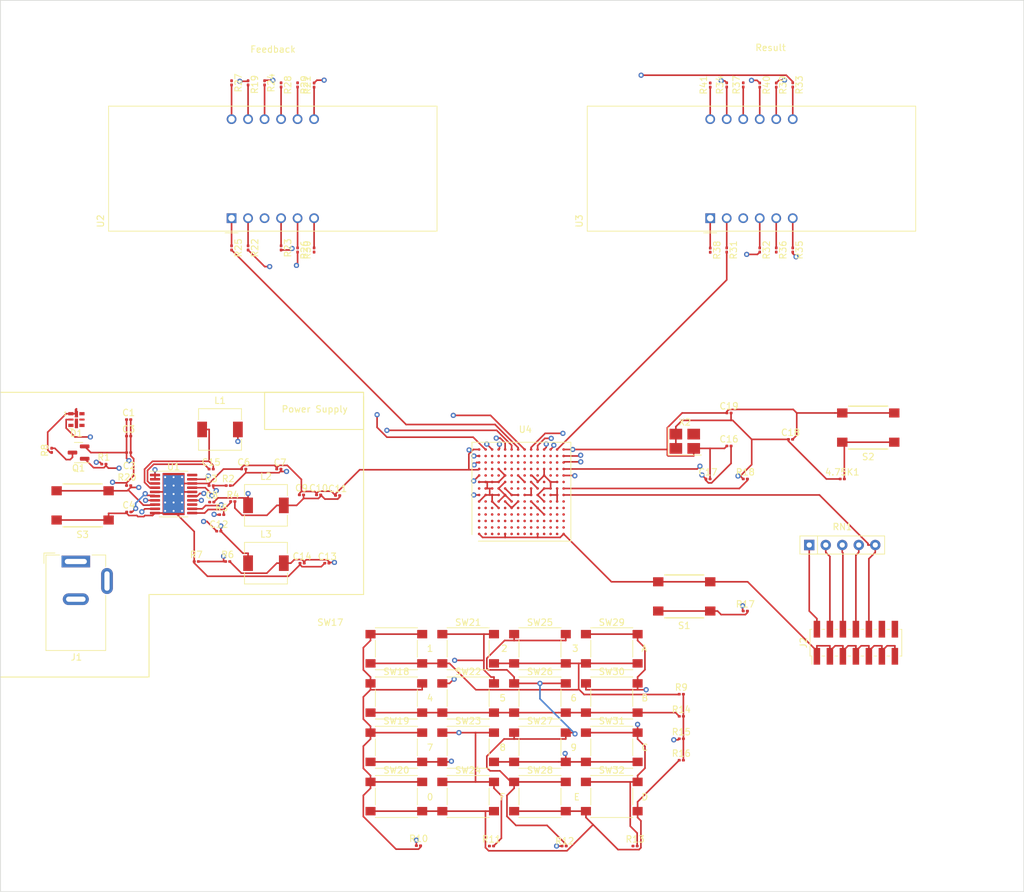
<source format=kicad_pcb>
(kicad_pcb (version 20221018) (generator pcbnew)
  (layers (0 "F.Cu" signal) (1 "In1.Cu" signal) (2 "In2.Cu" signal) (31 "B.Cu" signal) (34 "B.Paste" user) (35 "F.Paste" user) (36 "B.SilkS" user "B.Silkscreen") (37 "F.SilkS" user "F.Silkscreen") (38 "B.Mask" user) (39 "F.Mask" user) (44 "Edge.Cuts" user))
  (net 0 "")
  (net 1 "+3.3V")
  (net 2 "SYSRES")
  (net 3 "GND")
  (net 4 "+12V")
  (net 5 "Net-(U1-VREG5)")
  (net 6 "+1V8")
  (net 7 "Net-(U1-VBST2)")
  (net 8 "/power/SW2")
  (net 9 "Net-(U1-VBST3)")
  (net 10 "/power/SW3")
  (net 11 "Net-(U1-VBST1)")
  (net 12 "/power/SW1")
  (net 13 "Net-(D1-K)")
  (net 14 "+3V3")
  (net 16 "/FPGA JTGA Interface/JTAG_TMS")
  (net 17 "/FPGA JTGA Interface/JTAG_TCK")
  (net 18 "/FPGA JTGA Interface/JTAG_DO")
  (net 19 "/FPGA JTGA Interface/JTAG_TDI")
  (net 22 "/power/PGOOD")
  (net 23 "Net-(Q1-D)")
  (net 24 "Net-(U1-VFB1)")
  (net 25 "Net-(U1-VFB2)")
  (net 26 "Net-(U1-VFB3)")
  (net 27 "ROW1")
  (net 28 "VCCKEY")
  (net 29 "COL1")
  (net 30 "Net-(R10-Pad2)")
  (net 31 "COL2")
  (net 32 "Net-(R11-Pad2)")
  (net 33 "COL3")
  (net 34 "Net-(R12-Pad2)")
  (net 35 "COL4")
  (net 36 "Net-(R13-Pad2)")
  (net 37 "ROW2")
  (net 38 "ROW3")
  (net 39 "ROW4")
  (net 40 "/FPGA JTGA Interface/PROGRAM_B")
  (net 41 "/FPGA JTGA Interface/INIT_B")
  (net 42 "Net-(U1-EN1)")
  (net 43 "SEG1E")
  (net 44 "SEG1D")
  (net 46 "SEG1C")
  (net 47 "SEG1G")
  (net 48 "SEG1CC4")
  (net 49 "SEG1B")
  (net 50 "SEG1CC3")
  (net 51 "SEG1CC2")
  (net 52 "SEG1F")
  (net 53 "SEG1A")
  (net 54 "SEG1CC1")
  (net 55 "SEG2E")
  (net 56 "SEG2D")
  (net 58 "SEG2C")
  (net 59 "SEG2G")
  (net 60 "SEG2CC4")
  (net 61 "SEG2B")
  (net 62 "SEG2CC3")
  (net 63 "SEG2CC2")
  (net 64 "SEG2F")
  (net 65 "SEG2A")
  (net 66 "SEG2CC1")
  (net 72 "Net-(U2-e)")
  (net 74 "Net-(U2-d)")
  (net 75 "Net-(U2-c)")
  (net 77 "Net-(U2-g)")
  (net 81 "Net-(U2-CC4)")
  (net 82 "Net-(U2-b)")
  (net 89 "Net-(U2-CC3)")
  (net 90 "Net-(U2-CC2)")
  (net 91 "Net-(U2-f)")
  (net 102 "/FPGA JTGA Interface/JTAG_TDO")
  (net 103 "/FPGA JTGA Interface/FPGA_DONE")
  (net 108 "SYSCLK")
  (net 109 "+1V0")
  (net 110 "Net-(U2-a)")
  (net 111 "Net-(U2-CC1)")
  (net 112 "Net-(U3-e)")
  (net 113 "Net-(U3-d)")
  (net 114 "Net-(U3-c)")
  (net 115 "Net-(U3-g)")
  (net 116 "Net-(U3-CC4)")
  (net 117 "Net-(U3-b)")
  (net 118 "Net-(U3-CC3)")
  (net 119 "Net-(U3-CC2)")
  (net 120 "Net-(U3-f)")
  (net 121 "Net-(U3-a)")
  (net 122 "Net-(U3-CC1)")
  (footprint "Resistor_SMD:R_0201_0603Metric" (layer "F.Cu") (at 121.92 53.34 -90)
    (fp_text reference "R25")
    (fp_text value "330")
  )
  (footprint "Resistor_SMD:R_0201_0603Metric" (layer "F.Cu") (at 208.28 28.26 90)
    (fp_text reference "R33")
    (fp_text value "330")
  )
  (footprint "Package_TO_SOT_SMD:SOT-23" (layer "F.Cu") (at 98.3765 84.836 180)
    (fp_text reference "Q1")
    (fp_text value "DMN2020L")
  )
  (footprint "Capacitor_SMD:C_0201_0603Metric" (layer "F.Cu") (at 129.195 87.376)
    (fp_text reference "C7")
    (fp_text value "22 uF")
  )
  (footprint "FPGA_project_parts:B3FS_1010P" (layer "F.Cu") (at 98.996 92.964)
    (fp_text reference "S3")
    (fp_text value "B3FS_1010P")
  )
  (footprint "Resistor_SMD:R_0201_0603Metric" (layer "F.Cu") (at 205.74 28.285 -90)
    (fp_text reference "R39")
    (fp_text value "330")
  )
  (footprint "Resistor_SMD:R_0201_0603Metric" (layer "F.Cu") (at 102.271 86.614)
    (fp_text reference "R1")
    (fp_text value "100K")
  )
  (footprint "Inductor_SMD:L_6.3x6.3_H3" (layer "F.Cu") (at 127.21 92.964)
    (fp_text reference "L2")
    (fp_text value "2.2 uH")
  )
  (footprint "Capacitor_SMD:C_0201_0603Metric" (layer "F.Cu") (at 132.776 101.854)
    (fp_text reference "C14")
    (fp_text value "22 uF")
  )
  (footprint "Capacitor_SMD:C_0201_0603Metric" (layer "F.Cu") (at 106.106 93.98)
    (fp_text reference "C4")
    (fp_text value "1 uF")
  )
  (footprint "FPGA_project_parts:B3FS_1010P" (layer "F.Cu") (at 219.9 80.99)
    (fp_text reference "S2")
    (fp_text value "B3FS_1010P")
  )
  (footprint "Button_Switch_SMD:SW_Push_1P1T_NO_6x6mm_H9.5mm" (layer "F.Cu") (at 180.429 122.606)
    (fp_text reference "SW30")
    (fp_text value "SW_Push")
  )
  (footprint "Resistor_SMD:R_0201_0603Metric" (layer "F.Cu") (at 120.396 94.395)
    (fp_text reference "R5")
    (fp_text value "2.2K")
  )
  (footprint "Button_Switch_SMD:SW_Push_1P1T_NO_6x6mm_H9.5mm" (layer "F.Cu") (at 158.329 122.606)
    (fp_text reference "SW22")
    (fp_text value "SW_Push")
  )
  (footprint "Button_Switch_SMD:SW_Push_1P1T_NO_6x6mm_H9.5mm" (layer "F.Cu") (at 158.329 115.026)
    (fp_text reference "SW21")
    (fp_text value "SW_Push")
  )
  (footprint "Button_Switch_SMD:SW_Push_1P1T_NO_6x6mm_H9.5mm" (layer "F.Cu") (at 147.279 115.026)
    (fp_text reference "SW17")
    (fp_text value "SW_Push")
  )
  (footprint "Resistor_SMD:R_0201_0603Metric" (layer "F.Cu") (at 134.62 28.285 90)
    (fp_text reference "R21")
    (fp_text value "330")
  )
  (footprint "Resistor_SMD:R_0201_0603Metric" (layer "F.Cu") (at 191.1346 125.4216)
    (fp_text reference "R14")
    (fp_text value "10k")
  )
  (footprint "Capacitor_SMD:C_0201_0603Metric" (layer "F.Cu") (at 119.954 96.935)
    (fp_text reference "C12")
    (fp_text value "0.1 uF")
  )
  (footprint "Connector_PinHeader_2.00mm:PinHeader_2x07_P2.00mm_Vertical_SMD" (layer "F.Cu") (at 217.996 114.099 90)
    (fp_text reference "J2")
    (fp_text value "XILINX_JTAG")
  )
  (footprint "Button_Switch_SMD:SW_Push_1P1T_NO_6x6mm_H9.5mm" (layer "F.Cu") (at 169.379 130.186)
    (fp_text reference "SW27")
    (fp_text value "SW_Push")
  )
  (footprint "Capacitor_SMD:C_0201_0603Metric" (layer "F.Cu") (at 135.316 91.347)
    (fp_text reference "C10")
    (fp_text value "22 uF")
  )
  (footprint "Button_Switch_SMD:SW_Push_1P1T_NO_6x6mm_H9.5mm" (layer "F.Cu") (at 169.379 137.766)
    (fp_text reference "SW28")
    (fp_text value "SW_Push")
  )
  (footprint "Resistor_SMD:R_0201_0603Metric" (layer "F.Cu") (at 127 27.94 90)
    (fp_text reference "R24")
    (fp_text value "330")
  )
  (footprint "Resistor_SMD:R_0201_0603Metric" (layer "F.Cu") (at 191.13 132.178)
    (fp_text reference "R16")
    (fp_text value "10k")
  )
  (footprint "Capacitor_SMD:C_0201_0603Metric" (layer "F.Cu") (at 136.586 101.854)
    (fp_text reference "C13")
    (fp_text value "22 uF")
  )
  (footprint "Button_Switch_SMD:SW_Push_1P1T_NO_6x6mm_H9.5mm" (layer "F.Cu") (at 147.279 137.766)
    (fp_text reference "SW20")
    (fp_text value "SW_Push")
  )
  (footprint "Button_Switch_SMD:SW_Push_1P1T_NO_6x6mm_H9.5mm" (layer "F.Cu") (at 147.279 122.606)
    (fp_text reference "SW18")
    (fp_text value "SW_Push")
  )
  (footprint "Resistor_SMD:R_0201_0603Metric" (layer "F.Cu") (at 94.234 84.491 90)
    (fp_text reference "R8")
    (fp_text value "680")
  )
  (footprint "Package_BGA:Xilinx_FTGB196" (layer "F.Cu") (at 166.52 90.86 90)
    (fp_text reference "U4")
    (fp_text value "XC7S50-FTGB196")
  )
  (footprint "Resistor_SMD:R_0201_0603Metric" (layer "F.Cu") (at 200.98 88.9)
    (fp_text reference "R18")
    (fp_text value "4.75k")
  )
  (footprint "Resistor_SMD:R_0201_0603Metric" (layer "F.Cu") (at 118.781 89.916)
    (fp_text reference "R3")
    (fp_text value "2.2K")
  )
  (footprint "Capacitor_SMD:C_0201_0603Metric" (layer "F.Cu") (at 195.235 88.9)
    (fp_text reference "C17")
    (fp_text value "0.1uF")
  )
  (footprint "Resistor_SMD:R_0201_0603Metric" (layer "F.Cu") (at 121.92 27.94 -90)
    (fp_text reference "R27")
    (fp_text value "330")
  )
  (footprint "Capacitor_SMD:C_0201_0603Metric" (layer "F.Cu") (at 106.081 84.836)
    (fp_text reference "C2")
    (fp_text value "10 uF")
  )
  (footprint "Resistor_SMD:R_0201_0603Metric" (layer "F.Cu") (at 124.46 53.34 -90)
    (fp_text reference "R22")
    (fp_text value "330")
  )
  (footprint "Inductor_SMD:L_6.3x6.3_H3" (layer "F.Cu") (at 127.21 101.854)
    (fp_text reference "L3")
    (fp_text value "2.2 uH")
  )
  (footprint "Resistor_SMD:R_0201_0603Metric" (layer "F.Cu") (at 121.321 101.6)
    (fp_text reference "R6")
    (fp_text value "7.36K")
  )
  (footprint "Resistor_SMD:R_0201_0603Metric" (layer "F.Cu") (at 195.58 53.685 -90)
    (fp_text reference "R38")
    (fp_text value "330")
  )
  (footprint "Button_Switch_SMD:SW_Push_1P1T_NO_6x6mm_H9.5mm" (layer "F.Cu") (at 180.429 137.766)
    (fp_text reference "SW32")
    (fp_text value "SW_Push")
  )
  (footprint "Display_7Segment:CA56-12CGKWA" (layer "F.Cu") (at 121.92 48.768 90)
    (fp_text reference "U2")
    (fp_text value "CC56-12CGKWA")
  )
  (footprint "FPGA_project_parts:B3FS_1010P" (layer "F.Cu") (at 191.58 106.97)
    (fp_text reference "S1")
    (fp_text value "B3FS_1010P")
  )
  (footprint "Capacitor_SMD:C_0201_0603Metric" (layer "F.Cu") (at 106.081 79.756)
    (fp_text reference "C1")
    (fp_text value "10 uF")
  )
  (footprint "Capacitor_SMD:C_0201_0603Metric" (layer "F.Cu") (at 118.872 92.456)
    (fp_text reference "C8")
    (fp_text value "22 uF")
  )
  (footprint "Button_Switch_SMD:SW_Push_1P1T_NO_6x6mm_H9.5mm" (layer "F.Cu") (at 180.429 130.186)
    (fp_text reference "SW31")
    (fp_text value "SW_Push")
  )
  (footprint "Resistor_SMD:R_0201_0603Metric" (layer "F.Cu") (at 208.28 53.66 90)
    (fp_text reference "R35")
    (fp_text value "330")
  )
  (footprint "Resistor_SMD:R_0201_0603Metric" (layer "F.Cu") (at 122.108 92.363)
    (fp_text reference "R4")
    (fp_text value "680")
  )
  (footprint "Resistor_SMD:R_0201_0603Metric" (layer "F.Cu") (at 203.2 28.285 -90)
    (fp_text reference "R40")
    (fp_text value "330")
  )
  (footprint "Connector_BarrelJack:BarrelJack_Wuerth_6941xx301002" (layer "F.Cu") (at 97.952 101.6)
    (fp_text reference "J1")
    (fp_text value "Barrel_Jack_Switch")
  )
  (footprint "Resistor_SMD:R_0201_0603Metric" (layer "F.Cu") (at 191.13 128.876)
    (fp_text reference "R15")
    (fp_text value "10k")
  )
  (footprint "Resistor_SMD:R_0201_0603Metric" (layer "F.Cu") (at 132.08 28.26 -90)
    (fp_text reference "R29")
    (fp_text value "330")
  )
  (footprint "Capacitor_SMD:C_0201_0603Metric" (layer "F.Cu") (at 132.679 91.347)
    (fp_text reference "C9")
    (fp_text value "22 uF")
  )
  (footprint "Capacitor_SMD:C_0201_0603Metric" (layer "F.Cu") (at 138.242 91.44)
    (fp_text reference "C11")
    (fp_text value "22 uF")
  )
  (footprint "Resistor_SMD:R_0201_0603Metric" (layer "F.Cu") (at 129.54 28.26 -90)
    (fp_text reference "R28")
    (fp_text value "330")
  )
  (footprint "Resistor_SMD:R_0201_0603Metric" (layer "F.Cu") (at 124.46 27.94 90)
    (fp_text reference "R19")
    (fp_text value "330")
  )
  (footprint "Display_7Segment:CA56-12CGKWA" (layer "F.Cu") (at 195.58 48.768 90)
    (fp_text reference "U3")
    (fp_text value "CC56-12CGKWA")
  )
  (footprint "Resistor_SMD:R_0201_0603Metric" (layer "F.Cu") (at 215.9 88.9)
    (fp_text reference "4.75K1")
    (fp_text value "R19")
  )
  (footprint "Resistor_SMD:R_0201_0603Metric" (layer "F.Cu") (at 121.412 89.916)
    (fp_text reference "R2")
    (fp_text value "3.0K")
  )
  (footprint "Resistor_SMD:R_0201_0603Metric" (layer "F.Cu") (at 191.13 122.018)
    (fp_text reference "R9")
    (fp_text value "10k")
  )
  (footprint "Resistor_SMD:R_0201_0603Metric" (layer "F.Cu") (at 116.495 101.6)
    (fp_text reference "R7")
    (fp_text value "2.2K")
  )
  (footprint "Capacitor_SMD:C_0201_0603Metric" (layer "F.Cu") (at 118.781 87.376)
    (fp_text reference "C15")
    (fp_text value "0.1 uF")
  )
  (footprint "Button_Switch_SMD:SW_Push_1P1T_NO_6x6mm_H9.5mm" (layer "F.Cu") (at 147.279 130.186)
    (fp_text reference "SW19")
    (fp_text value "SW_Push")
  )
  (footprint "Resistor_SMD:R_0201_0603Metric" (layer "F.Cu") (at 134.62 53.66 90)
    (fp_text reference "R30")
    (fp_text value "330")
  )
  (footprint "Capacitor_SMD:C_0201_0603Metric" (layer "F.Cu") (at 198.465 78.74)
    (fp_text reference "C19")
    (fp_text value "0.1uF")
  )
  (footprint "Resistor_SMD:R_0201_0603Metric" (layer "F.Cu") (at 195.58 28.285 -90)
    (fp_text reference "R41")
    (fp_text value "330")
  )
  (footprint "Resistor_SMD:R_0201_0603Metric" (layer "F.Cu") (at 200.98 109.22)
    (fp_text reference "R17")
    (fp_text value "4.75k")
  )
  (footprint "Resistor_SMD:R_0201_0603Metric" (layer "F.Cu") (at 184.018 145.386)
    (fp_text reference "R13")
    (fp_text value "470")
  )
  (footprint "Capacitor_SMD:C_0201_0603Metric" (layer "F.Cu") (at 207.935 82.804)
    (fp_text reference "C18")
    (fp_text value "47uF")
  )
  (footprint "Button_Switch_SMD:SW_Push_1P1T_NO_6x6mm_H9.5mm" (layer "F.Cu") (at 169.379 115.026)
    (fp_text reference "SW25")
    (fp_text value "SW_Push")
  )
  (footprint "Resistor_SMD:R_0201_0603Metric" (layer "F.Cu") (at 198.12 28.26 90)
    (fp_text reference "R34")
    (fp_text value "330")
  )
  (footprint "Resistor_SMD:R_0201_0603Metric" (layer "F.Cu") (at 161.92 145.386)
    (fp_text reference "R11")
    (fp_text value "470")
  )
  (footprint "Resistor_SMD:R_0201_0603Metric" (layer "F.Cu") (at 198.12 53.66 -90)
    (fp_text reference "R31")
    (fp_text value "330")
  )
  (footprint "Package_SO:HTSSOP-20-1EP_4.4x6.5mm_P0.65mm_EP3.4x6.5mm_Mask2.75x3.43mm_ThermalVias" (layer "F.Cu") (at 113 91.216)
    (fp_text reference "U1")
    (fp_text value "TPS65581")
  )
  (footprint "Button_Switch_SMD:SW_Push_1P1T_NO_6x6mm_H9.5mm" (layer "F.Cu") (at 180.429 115.026)
    (fp_text reference "SW29")
    (fp_text value "SW_Push")
  )
  (footprint "Resistor_SMD:R_0201_0603Metric" (layer "F.Cu") (at 200.66 28.26 90)
    (fp_text reference "R37")
    (fp_text value "330")
  )
  (footprint "LED_SMD:LED-APA102-2020" (layer "F.Cu") (at 98.044 79.756)
    (fp_text reference "D1")
    (fp_text value "POWER_GOOD")
  )
  (footprint "Capacitor_SMD:C_0201_0603Metric" (layer "F.Cu") (at 123.789 87.376)
    (fp_text reference "C6")
    (fp_text value "22 uF")
  )
  (footprint "Resistor_SMD:R_0201_0603Metric" (layer "F.Cu") (at 150.6826 145.3352)
    (fp_text reference "R10")
    (fp_text value "470")
  )
  (footprint "Button_Switch_SMD:SW_Push_1P1T_NO_6x6mm_H9.5mm" (layer "F.Cu") (at 158.329 137.766)
    (fp_text reference "SW24")
    (fp_text value "SW_Push")
  )
  (footprint "Resistor_SMD:R_0201_0603Metric" (layer "F.Cu") (at 173.096 145.386)
    (fp_text reference "R12")
    (fp_text value "470")
  )
  (footprint "Button_Switch_SMD:SW_Push_1P1T_NO_6x6mm_H9.5mm" (layer "F.Cu") (at 169.379 122.606)
    (fp_text reference "SW26")
    (fp_text value "SW_Push")
  )
  (footprint "Resistor_THT:R_Array_SIP5" (layer "F.Cu") (at 210.82 99.06)
    (fp_text reference "RN1")
    (fp_text value "10K")
  )
  (footprint "Resistor_SMD:R_0201_0603Metric" (layer "F.Cu") (at 132.08 53.66 -90)
    (fp_text reference "R26")
    (fp_text value "330")
  )
  (footprint "Capacitor_SMD:C_0201_0603Metric" (layer "F.Cu") (at 106.081 82.296)
    (fp_text reference "C3")
    (fp_text value "10uF")
  )
  (footprint "Resistor_SMD:R_0201_0603Metric" (layer "F.Cu") (at 205.74 53.66 -90)
    (fp_text reference "R36")
    (fp_text value "330")
  )
  (footprint "Capacitor_SMD:C_0201_0603Metric" (layer "F.Cu") (at 198.465 83.82)
    (fp_text reference "C16")
    (fp_text value "0.1µF")
  )
  (footprint "Oscillator:Oscillator_SMD_Abracon_ASE-4Pin_3.2x2.5mm_HandSoldering" (layer "F.Cu") (at 191.665 83.094)
    (fp_text reference "X2")
    (fp_text value "DSC61XX")
  )
  (footprint "Resistor_SMD:R_0201_0603Metric" (layer "F.Cu") (at 129.54 53.34 -90)
    (fp_text reference "R23")
    (fp_text value "330")
  )
  (footprint "Button_Switch_SMD:SW_Push_1P1T_NO_6x6mm_H9.5mm" (layer "F.Cu") (at 158.329 130.186)
    (fp_text reference "SW23")
    (fp_text value "SW_Push")
  )
  (footprint "Resistor_SMD:R_0201_0603Metric" (layer "F.Cu") (at 203.2 53.66 -90)
    (fp_text reference "R32")
    (fp_text value "330")
  )
  (footprint "Resistor_SMD:R_0201_0603Metric" (layer "F.Cu") (at 106.081 89.916)
    (fp_text reference "R20")
    (fp_text value "100K")
  )
  (footprint "Inductor_SMD:L_6.3x6.3_H3" (layer "F.Cu") (at 120.142 81.28)
    (fp_text reference "L1")
    (fp_text value "2.2 uH")
  )
  (gr_line (start 142.24 106.68) (end 142.24 76.2) (stroke (width 0.15)) (layer "F.SilkS"))
  (gr_rect (start 127 75.565) (end 142.24 81.28) (stroke (width 0.15)) (fill none) (layer "F.SilkS"))
  (gr_line (start 142.24 75.565) (end 86.36 75.565) (stroke (width 0.15)) (layer "F.SilkS"))
  (gr_line (start 109.22 119.38) (end 109.22 106.68) (stroke (width 0.15)) (layer "F.SilkS"))
  (gr_line (start 86.36 119.38) (end 109.22 119.38) (stroke (width 0.15)) (layer "F.SilkS"))
  (gr_line (start 109.22 106.68) (end 142.24 106.68) (stroke (width 0.15)) (layer "F.SilkS"))
  (gr_rect (start 86.36 15.24) (end 243.84 152.4) (stroke (width 0.1)) (fill none) (layer "Edge.Cuts"))
  (gr_text "3" (at 174.244 115.57) (layer "F.SilkS") (effects (font (size 1 1)) (justify left bottom)))
  (gr_text "Result\n" (at 202.438 23.114) (layer "F.SilkS") (effects (font (size 1 1)) (justify left bottom)))
  (gr_text "D" (at 184.912 138.43) (layer "F.SilkS") (effects (font (size 1 1)) (justify left bottom)))
  (gr_text "1" (at 151.892 115.57) (layer "F.SilkS") (effects (font (size 1 1)) (justify left bottom)))
  (gr_text "A" (at 184.912 115.57) (layer "F.SilkS") (effects (font (size 1 1)) (justify left bottom)))
  (gr_text "5" (at 163.068 123.19) (layer "F.SilkS") (effects (font (size 1 1)) (justify left bottom)))
  (gr_text "6" (at 173.99 123.19) (layer "F.SilkS") (effects (font (size 1 1)) (justify left bottom)))
  (gr_text "8" (at 163.068 130.81) (layer "F.SilkS") (effects (font (size 1 1)) (justify left bottom)))
  (gr_text "C" (at 184.912 130.81) (layer "F.SilkS") (effects (font (size 1 1)) (justify left bottom)))
  (gr_text "Power Supply" (at 129.54 78.74) (layer "F.SilkS") (effects (font (size 1 1)) (justify left bottom)))
  (gr_text "B" (at 184.912 123.19) (layer "F.SilkS") (effects (font (size 1 1)) (justify left bottom)))
  (gr_text "4" (at 151.892 123.19) (layer "F.SilkS") (effects (font (size 1 1)) (justify left bottom)))
  (gr_text "0" (at 151.892 138.43) (layer "F.SilkS") (effects (font (size 1 1)) (justify left bottom)))
  (gr_text "2" (at 163.322 115.57) (layer "F.SilkS") (effects (font (size 1 1)) (justify left bottom)))
  (gr_text "9" (at 173.99 130.81) (layer "F.SilkS") (effects (font (size 1 1)) (justify left bottom)))
  (gr_text "7" (at 151.892 130.81) (layer "F.SilkS") (effects (font (size 1 1)) (justify left bottom)))
  (gr_text "Feedback" (at 124.714 23.368) (layer "F.SilkS") (effects (font (size 1 1)) (justify left bottom)))
  (gr_text "F" (at 163.068 138.43) (layer "F.SilkS") (effects (font (size 1 1)) (justify left bottom)))
  (gr_text "E" (at 174.498 138.43) (layer "F.SilkS") (effects (font (size 1 1)) (justify left bottom)))
  (segment (start 201.9631 82.804) (end 207.615 82.804) (width 0.25) (layer "F.Cu") (net 1))
  (segment (start 129.96 101.854) (end 131.0369 101.854) (width 0.25) (layer "F.Cu") (net 1))
  (segment (start 123.4409 103.3999) (end 127.3372 103.3999) (width 0.25) (layer "F.Cu") (net 1))
  (segment (start 198.785 78.74) (end 198.785 79.8816) (width 0.25) (layer "F.Cu") (net 1))
  (segment (start 136.6098 101.3267) (end 133.4161 101.3267) (width 0.25) (layer "F.Cu") (net 1))
  (segment (start 133.4161 101.3267) (end 133.096 101.6468) (width 0.25) (layer "F.Cu") (net 1))
  (segment (start 200.2036 88.4436) (end 200.66 88.9) (width 0.25) (layer "F.Cu") (net 1))
  (segment (start 213.4538 88.9) (end 207.615 83.0612) (width 0.25) (layer "F.Cu") (net 1))
  (segment (start 133.096 101.6468) (end 133.096 101.854) (width 0.25) (layer "F.Cu") (net 1))
  (segment (start 136.906 101.6229) (end 136.6098 101.3267) (width 0.25) (layer "F.Cu") (net 1))
  (segment (start 191.2505 79.8816) (end 198.785 79.8816) (width 0.25) (layer "F.Cu") (net 1))
  (segment (start 201.9631 82.804) (end 201.9631 86.6841) (width 0.25) (layer "F.Cu") (net 1))
  (segment (start 132.7417 101.2925) (end 133.096 101.6468) (width 0.25) (layer "F.Cu") (net 1))
  (segment (start 127.3372 103.3999) (end 128.8831 101.854) (width 0.25) (layer "F.Cu") (net 1))
  (segment (start 200.564 109.124) (end 200.564 108.4175) (width 0.25) (layer "F.Cu") (net 1))
  (segment (start 190.29 84.194) (end 190.29 81.994) (width 0.25) (layer "F.Cu") (net 1))
  (segment (start 199.8547 88.4436) (end 200.2036 88.4436) (width 0.25) (layer "F.Cu") (net 1))
  (segment (start 200.66 109.22) (end 200.564 109.124) (width 0.25) (layer "F.Cu") (net 1))
  (segment (start 136.906 101.7384) (end 136.906 101.6229) (width 0.25) (layer "F.Cu") (net 1))
  (segment (start 190.29 80.8421) (end 191.2505 79.8816) (width 0.25) (layer "F.Cu") (net 1))
  (segment (start 136.906 101.854) (end 136.906 101.7384) (width 0.25) (layer "F.Cu") (net 1))
  (segment (start 215.58 88.9) (end 213.4538 88.9) (width 0.25) (layer "F.Cu") (net 1))
  (segment (start 207.615 83.0612) (end 207.615 82.804) (width 0.25) (layer "F.Cu") (net 1))
  (segment (start 131.5984 101.2925) (end 132.7417 101.2925) (width 0.25) (layer "F.Cu") (net 1))
  (segment (start 199.0407 79.8816) (end 198.785 79.8816) (width 0.25) (layer "F.Cu") (net 1))
  (segment (start 129.96 101.854) (end 128.8831 101.854) (width 0.25) (layer "F.Cu") (net 1))
  (segment (start 136.906 101.7384) (end 137.75 101.7384) (width 0.25) (layer "F.Cu") (net 1))
  (segment (start 131.0369 101.854) (end 131.5984 101.2925) (width 0.25) (layer "F.Cu") (net 1))
  (segment (start 121.641 101.6) (end 123.4409 103.3999) (width 0.25) (layer "F.Cu") (net 1))
  (segment (start 172.02 91.36) (end 172.02 90.36) (width 0.25) (layer "F.Cu") (net 1))
  (segment (start 190.29 81.994) (end 190.29 80.8421) (width 0.25) (layer "F.Cu") (net 1))
  (segment (start 172.02 92.36) (end 172.02 91.36) (width 0.25) (layer "F.Cu") (net 1))
  (segment (start 171.02 91.36) (end 172.02 91.36) (width 0.25) (layer "F.Cu") (net 1))
  (segment (start 201.9631 86.6841) (end 200.2036 88.4436) (width 0.25) (layer "F.Cu") (net 1))
  (segment (start 201.9631 82.804) (end 199.0407 79.8816) (width 0.25) (layer "F.Cu") (net 1))
  (via (at 200.564 108.4175) (size 0.8) (drill 0.4) (layers "F.Cu" "B.Cu") (net 1))
  (via (at 199.8547 88.4436) (size 0.8) (drill 0.4) (layers "F.Cu" "B.Cu") (net 1))
  (via (at 137.75 101.7384) (size 0.8) (drill 0.4) (layers "F.Cu" "B.Cu") (net 1))
  (segment (start 223.9 83.24) (end 216.22 83.24) (width 0.25) (layer "F.Cu") (net 2))
  (segment (start 216.22 83.24) (end 215.9 83.24) (width 0.25) (layer "F.Cu") (net 2))
  (segment (start 216.22 83.24) (end 216.22 88.9) (width 0.25) (layer "F.Cu") (net 2))
  (segment (start 198.145 78.4959) (end 198.145 78.74) (width 0.25) (layer "F.Cu") (net 3))
  (segment (start 161.6451 91.36) (end 162.02 91.36) (width 0.25) (layer "F.Cu") (net 3))
  (segment (start 208.8936 82.1654) (end 208.8936 78.74) (width 0.25) (layer "F.Cu") (net 3))
  (segment (start 120.076 94.395) (end 119.2792 94.395) (width 0.25) (layer "F.Cu") (net 3))
  (segment (start 107.3406 94.5191) (end 107.5037 94.6822) (width 0.25) (layer "F.Cu") (net 3))
  (segment (start 129.2249 86.8097) (end 128.875 87.1596) (width 0.25) (layer "F.Cu") (net 3))
  (segment (start 158.4363 85.0528) (end 158.4363 87.4786) (width 0.25) (layer "F.Cu") (net 3))
  (segment (start 163.8914 88.36) (end 163.8914 88.4886) (width 0.25) (layer "F.Cu") (net 3))
  (segment (start 208.3511 78.1975) (end 198.4434 78.1975) (width 0.25) (layer "F.Cu") (net 3))
  (segment (start 213.996 116.184) (end 213.996 115.3755) (width 0.25) (layer "F.Cu") (net 3))
  (segment (start 221.996 115.3755) (end 222.8044 114.5671) (width 0.25) (layer "F.Cu") (net 3))
  (segment (start 123.8053 86.8137) (end 123.469 87.15) (width 0.25) (layer "F.Cu") (net 3))
  (segment (start 116.175 101.8346) (end 118.2134 103.873) (width 0.25) (layer "F.Cu") (net 3))
  (segment (start 208.8936 78.74) (end 208.3511 78.1975) (width 0.25) (layer "F.Cu") (net 3))
  (segment (start 161.02 89.36) (end 160.02 89.36) (width 0.25) (layer "F.Cu") (net 3))
  (segment (start 132.6633 88.9709) (end 130.5021 86.8097) (width 0.25) (layer "F.Cu") (net 3))
  (segment (start 223.996 116.184) (end 223.996 114.5671) (width 0.25) (layer "F.Cu") (net 3))
  (segment (start 105.6825 94.0835) (end 106.118 94.5191) (width 0.25) (layer "F.Cu") (net 3))
  (segment (start 162.02 92.36) (end 162.02 91.36) (width 0.25) (layer "F.Cu") (net 3))
  (segment (start 215.9 78.74) (end 223.9 78.74) (width 0.25) (layer "F.Cu") (net 3))
  (segment (start 165.1485 93.2315) (end 166.02 92.36) (width 0.25) (layer "F.Cu") (net 3))
  (segment (start 106.123 86.0823) (end 105.761 85.7203) (width 0.25) (layer "F.Cu") (net 3))
  (segment (start 188.9785 85.2227) (end 188.9785 84.36) (width 0.25) (layer "F.Cu") (net 3))
  (segment (start 201.3405 104.72) (end 195.58 104.72) (width 0.25) (layer "F.Cu") (net 3))
  (segment (start 195.555 84.194) (end 195.555 88.9) (width 0.25) (layer "F.Cu") (net 3))
  (segment (start 221.996 115.3755) (end 221.996 114.5671) (width 0.25) (layer "F.Cu") (net 3))
  (segment (start 167.02 89.36) (end 166.02 88.36) (width 0.25) (layer "F.Cu") (net 3))
  (segment (start 163.8914 88.36) (end 164.02 88.36) (width 0.25) (layer "F.Cu") (net 3))
  (segment (start 135.7225 102.3975) (end 132.7644 102.3975) (width 0.25) (layer "F.Cu") (net 3))
  (segment (start 105.761 84.836) (end 100.264 84.836) (width 0.25) (layer "F.Cu") (net 3))
  (segment (start 191.2597 78.74) (end 198.145 78.74) (width 0.25) (layer "F.Cu") (net 3))
  (segment (start 217.996 115.3755) (end 218.8044 114.5671) (width 0.25) (layer "F.Cu") (net 3))
  (segment (start 134.996 91.1064) (end 134.996 91.347) (width 0.25) (layer "F.Cu") (net 3))
  (segment (start 169.02 97.8911) (end 169.02 97.36) (width 0.25) (layer "F.Cu") (net 3))
  (segment (start 132.456 102.0891) (end 132.456 101.854) (width 0.25) (layer "F.Cu") (net 3))
  (segment (start 188.9785 81.0212) (end 191.2597 78.74) (width 0.25) (layer "F.Cu") (net 3))
  (segment (start 161.2701 89.36) (end 162.02 89.36) (width 0.25) (layer "F.Cu") (net 3))
  (segment (start 130.6721 103.873) (end 132.456 102.0891) (width 0.25) (layer "F.Cu") (net 3))
  (segment (start 168.1485 88.36) (end 168.02 88.36) (width 0.25) (layer "F.Cu") (net 3))
  (segment (start 115.8625 89.591) (end 114.625 89.591) (width 0.25) (layer "F.Cu") (net 3))
  (segment (start 105.761 82.296) (end 105.761 84.836) (width 0.25) (layer "F.Cu") (net 3))
  (segment (start 169.02 83.7579) (end 169.02 84.36) (width 0.25) (layer "F.Cu") (net 3))
  (segment (start 161.6451 90.36) (end 162.02 90.36) (width 0.25) (layer "F.Cu") (net 3))
  (segment (start 161.2701 90.36) (end 161.6451 90.36) (width 0.25) (layer "F.Cu") (net 3))
  (segment (start 160.5511 97.8911) (end 160.02 97.36) (width 0.25) (layer "F.Cu") (net 3))
  (segment (start 159.9014 87.4786) (end 160.02 87.36) (width 0.25) (layer "F.Cu") (net 3))
  (segment (start 163.8914 88.2314) (end 163.8914 88.36) (width 0.25) (layer "F.Cu") (net 3))
  (segment (start 136.266 101.854) (end 135.7225 102.3975) (width 0.25) (layer "F.Cu") (net 3))
  (segment (start 189.1017 85.3459) (end 188.9785 85.2227) (width 0.25) (layer "F.Cu") (net 3))
  (segment (start 170.02 94.36) (end 169.02 93.36) (width 0.25) (layer "F.Cu") (net 3))
  (segment (start 198.4434 78.1975) (end 198.145 78.4959) (width 0.25) (layer "F.Cu") (net 3))
  (segment (start 119.2792 94.395) (end 119.2249 94.3407) (width 0.25) (layer "F.Cu") (net 3))
  (segment (start 213.996 115.3755) (end 214.8044 114.5671) (width 0.25) (layer "F.Cu") (net 3))
  (segment (start 108.5757 94.5191) (end 109.7594 94.5191) (width 0.25) (layer "F.Cu") (net 3))
  (segment (start 128.5291 86.8137) (end 123.8053 86.8137) (width 0.25) (layer "F.Cu") (net 3))
  (segment (start 161.6451 90.36) (end 161.6451 91.36) (width 0.25) (layer "F.Cu") (net 3))
  (segment (start 163.8914 88.4886) (end 163.02 89.36) (width 0.25) (layer "F.Cu") (net 3))
  (segment (start 169.02 89.2315) (end 168.1485 88.36) (width 0.25) (layer "F.Cu") (net 3))
  (segment (start 211.996 114.5671) (end 213.996 114.5671) (width 0.25) (layer "F.Cu") (net 3))
  (segment (start 165.02 93.2315) (end 165.02 93.36) (width 0.25) (layer "F.Cu") (net 3))
  (segment (start 132.359 91.347) (end 132.359 91.124) (width 0.25) (layer "F.Cu") (net 3))
  (segment (start 111.375 94.141) (end 110.1375 94.141) (width 0.25) (layer "F.Cu") (net 3))
  (segment (start 169.02 89.2315) (end 169.02 89.36) (width 0.25) (layer "F.Cu") (net 3))
  (segment (start 172.4889 97.8911) (end 173.02 97.36) (width 0.25) (layer "F.Cu") (net 3))
  (segment (start 158.7674 84.7217) (end 158.4755 84.4299) (width 0.25) (layer "F.Cu") (net 3))
  (segment (start 94.996 95.214) (end 102.996 95.214) (width 0.25) (layer "F.Cu") (net 3))
  (segment (start 161.02 91.36) (end 161.6451 91.36) (width 0.25) (layer "F.Cu") (net 3))
  (segment (start 215.996 116.184) (end 215.996 115.3755) (width 0.25) (layer "F.Cu") (net 3))
  (segment (start 169.1485 89.2315) (end 170.02 88.36) (width 0.25) (layer "F.Cu") (net 3))
  (segment (start 115.8625 90.891) (end 114.625 90.891) (width 0.25) (layer "F.Cu") (net 3))
  (segment (start 219.996 115.3755) (end 220.8044 114.5671) (width 0.25) (layer "F.Cu") (net 3))
  (segment (start 163.02 87.36) (end 163.8914 88.2314) (width 0.25) (layer "F.Cu") (net 3))
  (segment (start 180.38 104.72) (end 173.02 97.36) (width 0.25) (layer "F.Cu") (net 3))
  (segment (start 211.996 115.3755) (end 211.996 114.5671) (width 0.25) (layer "F.Cu") (net 3))
  (segment (start 164.02 92.36) (end 164.8915 93.2315) (width 0.25) (layer "F.Cu") (net 3))
  (segment (start 213.996 115.3755) (end 213.996 114.5671) (width 0.25) (layer "F.Cu") (net 3))
  (segment (start 109.7594 94.5191) (end 110.1375 94.141) (width 0.25) (layer "F.Cu") (net 3))
  (segment (start 114.625 90.891) (end 114.3 91.216) (width 0.25) (layer "F.Cu") (net 3))
  (segment (start 105.6825 94.0835) (end 105.786 93.98) (width 0.25) (layer "F.Cu") (net 3))
  (segment (start 188.9785 84.36) (end 174.4195 84.36) (width 0.25) (layer "F.Cu") (net 3))
  (segment (start 164.02 97.8911) (end 160.5511 97.8911) (width 0.25) (layer "F.Cu") (net 3))
  (segment (start 118.461 89.591) (end 118.461 89.916) (width 0.25) (layer "F.Cu") (net 3))
  (segment (start 217.996 115.3755) (end 217.996 114.5671) (width 0.25) (layer "F.Cu") (net 3))
  (segment (start 171.02 89.36) (end 170.02 88.36) (width 0.25) (layer "F.Cu") (net 3))
  (segment (start 164.02 90.36) (end 165.02 91.36) (width 0.25) (layer "F.Cu") (net 3))
  (segment (start 197.771 84.194) (end 198.145 83.82) (width 0.25) (layer "F.Cu") (net 3))
  (segment (start 141.6362 87.4786) (end 137.7984 91.3164) (width 0.25) (layer "F.Cu") (net 3))
  (segment (start 159.1291 84.36) (end 158.7674 84.7217) (width 0.25) (layer "F.Cu") (net 3))
  (segment (start 169.02 89.2315) (end 169.1485 89.2315) (width 0.25) (layer "F.Cu") (net 3))
  (segment (start 111.375 90.891) (end 111.7 91.216) (width 0.25) (layer "F.Cu") (net 3))
  (segment (start 123.469 87.15) (end 123.469 87.376) (width 0.25) (layer "F.Cu") (net 3))
  (segment (start 171.02 90.36) (end 170.02 90.36) (width 0.25) (layer "F.Cu") (net 3))
  (segment (start 123.469 87.376) (end 120.676 87.376) (width 0.25) (layer "F.Cu") (net 3))
  (segment (start 219.996 116.184) (end 219.996 115.3755) (width 0.25) (layer "F.Cu") (net 3))
  (segment (start 110.1375 90.891) (end 111.375 90.891) (width 0.25) (layer "F.Cu") (net 3))
  (segment (start 170.02 88.36) (end 170.02 87.36) (width 0.25) (layer "F.Cu") (net 3))
  (segment (start 130.5021 86.8097) (end 129.2249 86.8097) (width 0.25) (layer "F.Cu") (net 3))
  (segment (start 171.02 90.36) (end 171.02 89.36) (width 0.25) (layer "F.Cu") (net 3))
  (segment (start 132.7644 102.3975) (end 132.456 102.0891) (width 0.25) (layer "F.Cu") (net 3))
  (segment (start 162.02 91.36) (end 163.02 91.36) (width 0.25) (layer "F.Cu") (net 3))
  (segment (start 160.02 92.36) (end 161.02 91.36) (width 0.25) (layer "F.Cu") (net 3))
  (segment (start 211.996 116.184) (end 211.996 115.3755) (width 0.25) (layer "F.Cu") (net 3))
  (segment (start 113 93.816) (end 116.175 96.991) (width 0.25) (layer "F.Cu") (net 3))
  (segment (start 116.175 101.6) (end 116.175 101.8346) (width 0.25) (layer "F.Cu") (net 3))
  (segment (start 105.761 85.7203) (end 105.761 84.836) (width 0.25) (layer "F.Cu") (net 3))
  (segment (start 193.04 84.194) (end 193.04 85.3459) (width 0.25) (layer "F.Cu") (net 3))
  (segment (start 172.02 89.36) (end 171.02 89.36) (width 0.25) (layer "F.Cu") (net 3))
  (segment (start 164.02 97.8911) (end 164.02 97.36) (width 0.25) (layer "F.Cu") (net 3))
  (segment (start 188.9785 84.36) (end 188.9785 81.0212) (width 0.25) (layer "F.Cu") (net 3))
  (segment (start 161.02 90.36) (end 161.2701 90.36) (width 0.25) (layer "F.Cu") (net 3))
  (segment (start 118.2134 103.873) (end 130.6721 103.873) (width 0.25) (layer "F.Cu") (net 3))
  (segment (start 158.7674 84.7217) (end 158.4363 85.0528) (width 0.25) (layer "F.Cu") (net 3))
  (segment (start 108.4126 94.6822) (end 108.5757 94.5191) (width 0.25) (layer "F.Cu") (net 3))
  (segment (start 216.8044 114.5671) (end 217.996 114.5671) (width 0.25) (layer "F.Cu") (net 3))
  (segment (start 164.02 97.8911) (end 169.02 97.8911) (width 0.25) (layer "F.Cu") (net 3))
  (segment (start 128.875 87.1596) (end 128.875 87.376) (width 0.25) (layer "F.Cu") (net 3))
  (segment (start 164.02 84.36) (end 164.02 83.36) (width 0.25) (layer "F.Cu") (net 3))
  (segment (start 169.02 97.8911) (end 172.4889 97.8911) (width 0.25) (layer "F.Cu") (net 3))
  (segment (start 100.264 84.836) (end 99.314 83.886) (width 0.25) (layer "F.Cu") (net 3))
  (segment (start 215.9 78.74) (end 214.7731 78.74) (width 0.25) (layer "F.Cu") (net 3))
  (segment (start 128.875 87.1596) (end 128.5291 86.8137) (width 0.25) (layer "F.Cu") (net 3))
  (segment (start 107.5037 94.6822) (end 108.4126 94.6822) (width 0.25) (layer "F.Cu") (net 3))
  (segment (start 195.555 84.194) (end 193.04 84.194) (width 0.25) (layer "F.Cu") (net 3))
  (segment (start 215.996 115.3755) (end 215.996 114.5671) (width 0.25) (layer "F.Cu") (net 3))
  (segment (start 132.359 91.124) (end 132.6633 90.8197) (width 0.25) (layer "F.Cu") (net 3))
  (segment (start 163.02 93.36) (end 162.02 92.36) (width 0.25) (layer "F.Cu") (net 3))
  (segment (start 160.02 84.36) (end 159.1291 84.36) (width 0.25) (layer "F.Cu") (net 3))
  (segment (start 169.02 93.36) (end 168.02 92.36) (width 0.25) (layer "F.Cu") (net 3))
  (segment (start 218.8044 114.5671) (end 219.996 114.5671) (width 0.25) (layer "F.Cu") (net 3))
  (segment (start 158.4363 87.4786) (end 159.9014 87.4786) (width 0.25) (layer "F.Cu") (net 3))
  (segment (start 222.8044 114.5671) (end 223.996 114.5671) (width 0.25) (layer "F.Cu") (net 3))
  (segment (start 165.02 93.2315) (end 165.1485 93.2315) (width 0.25) (layer "F.Cu") (net 3))
  (segment (start 158.4363 87.4786) (end 141.6362 87.4786) (width 0.25) (layer "F.Cu") (net 3))
  (segment (start 132.6633 90.8197) (end 132.6633 88.9709) (width 0.25) (layer "F.Cu") (net 3))
  (segment (start 163.2705 82.6105) (end 162.6534 82.6105) (width 0.25) (layer "F.Cu") (net 3))
  (segment (start 116.175 96.991) (end 116.175 101.6) (width 0.25) (layer "F.Cu") (net 3))
  (segment (start 170.02 92.36) (end 169.02 91.36) (width 0.25) (layer "F.Cu") (net 3))
  (segment (start 137.2628 90.7808) (end 135.3216 90.7808) (width 0.25) (layer "F.Cu") (net 3))
  (segment (start 221.996 116.184) (end 221.996 115.3755) (width 0.25) (layer "F.Cu") (net 3))
  (segment (start 215.996 115.3755) (end 216.8044 114.5671) (width 0.25) (layer "F.Cu") (net 3))
  (segment (start 137.7984 91.3164) (end 137.2628 90.7808) (width 0.25) (layer "F.Cu") (net 3))
  (segment (start 163.02 89.36) (end 162.02 89.36) (width 0.25) (layer "F.Cu") (net 3))
  (segment (start 195.58 104.72) (end 187.58 104.72) (width 0.25) (layer "F.Cu") (net 3))
  (segment (start 174.4195 84.36) (end 173.02 84.36) (width 0.25) (layer "F.Cu") (net 3))
  (segment (start 134.7093 90.8197) (end 134.996 91.1064) (width 0.25) (layer "F.Cu") (net 3))
  (segment (start 111.7 93.816) (end 111.375 94.141) (width 0.25) (layer "F.Cu") (net 3))
  (segment (start 132.6633 90.8197) (end 134.7093 90.8197) (width 0.25) (layer "F.Cu") (net 3))
  (segment (start 137.922 91.44) (end 137.7984 91.3164) (width 0.25) (layer "F.Cu") (net 3))
  (segment (start 195.555 84.194) (end 197.771 84.194) (width 0.25) (layer "F.Cu") (net 3))
  (segment (start 118.461 89.591) (end 115.8625 89.591) (width 0.25) (layer "F.Cu") (net 3))
  (segment (start 164.02 83.36) (end 163.2705 82.6105) (width 0.25) (layer "F.Cu") (net 3))
  (segment (start 214.7731 78.74) (end 208.8936 78.74) (width 0.25) (layer "F.Cu") (net 3))
  (segment (start 170.02 90.36) (end 169.02 91.36) (width 0.25) (layer "F.Cu") (net 3))
  (segment (start 106.118 94.5191) (end 107.3406 94.5191) (width 0.25) (layer "F.Cu") (net 3))
  (segment (start 102.996 94.1871) (end 105.5789 94.1871) (width 0.25) (layer "F.Cu") (net 3))
  (segment (start 161.2701 90.36) (end 161.2701 89.36) (width 0.25) (layer "F.Cu") (net 3))
  (segment (start 120.676 87.376) (end 118.461 89.591) (width 0.25) (layer "F.Cu") (net 3))
  (segment (start 211.996 115.3755) (end 201.3405 104.72) (width 0.25) (layer "F.Cu") (net 3))
  (segment (start 220.8044 114.5671) (end 221.996 114.5671) (width 0.25) (layer "F.Cu") (net 3))
  (segment (start 171.1082 82.6494) (end 170.1285 82.6494) (width 0.25) (layer "F.Cu") (net 3))
  (segment (start 168.02 91.36) (end 167.02 91.36) (width 0.25) (layer "F.Cu") (net 3))
  (segment (start 105.761 79.756) (end 105.761 82.296) (width 0.25) (layer "F.Cu") (net 3))
  (segment (start 135.3216 90.7808) (end 134.996 91.1064) (width 0.25) (layer "F.Cu") (net 3))
  (segment (start 165.02 91.36) (end 166.02 91.36) (width 0.25) (layer "F.Cu") (net 3))
  (segment (start 170.1285 82.6494) (end 169.02 83.7579) (width 0.25) (layer "F.Cu") (net 3))
  (segment (start 114.625 89.591) (end 114.3 89.916) (width 0.25) (layer "F.Cu") (net 3))
  (segment (start 219.996 115.3755) (end 219.996 114.5671) (width 0.25) (layer "F.Cu") (net 3))
  (segment (start 214.8044 114.5671) (end 215.996 114.5671) (width 0.25) (layer "F.Cu") (net 3))
  (segment (start 187.58 104.72) (end 180.38 104.72) (width 0.25) (layer "F.Cu") (net 3))
  (segment (start 105.5789 94.1871) (end 105.6825 94.0835) (width 0.25) (layer "F.Cu") (net 3))
  (segment (start 102.996 95.214) (end 102.996 94.1871) (width 0.25) (layer "F.Cu") (net 3))
  (segment (start 193.04 85.3459) (end 189.1017 85.3459) (width 0.25) (layer "F.Cu") (net 3))
  (segment (start 164.8915 93.2315) (end 165.02 93.2315) (width 0.25) (layer "F.Cu") (net 3))
  (segment (start 161.2701 89.36) (end 161.02 89.36) (width 0.25) (layer "F.Cu") (net 3))
  (segment (start 208.255 82.804) (end 208.8936 82.1654) (width 0.25) (layer "F.Cu") (net 3))
  (segment (start 168.02 90.36) (end 168.02 91.36) (width 0.25) (layer "F.Cu") (net 3))
  (segment (start 217.996 116.184) (end 217.996 115.3755) (width 0.25) (layer "F.Cu") (net 3))
  (via (at 174.4195 84.36) (size 0.8) (drill 0.4) (layers "F.Cu" "B.Cu") (net 3))
  (via (at 171.1082 82.6494) (size 0.8) (drill 0.4) (layers "F.Cu" "B.Cu") (net 3))
  (via (at 158.4755 84.4299) (size 0.8) (drill 0.4) (layers "F.Cu" "B.Cu") (net 3))
  (via (at 119.2249 94.3407) (size 0.8) (drill 0.4) (layers "F.Cu" "B.Cu") (net 3))
  (via (at 106.123 86.0823) (size 0.8) (drill 0.4) (layers "F.Cu" "B.Cu") (net 3))
  (via (at 162.6534 82.6105) (size 0.8) (drill 0.4) (layers "F.Cu" "B.Cu") (net 3))
  (segment (start 103.6978 89.4942) (end 103.6016 89.398) (width 0.25) (layer "F.Cu") (net 4))
  (segment (start 106.8499 88.4053) (end 106.8499 85.7812) (width 0.25) (layer "F.Cu") (net 4))
  (segment (start 106.401 82.296) (end 106.401 84.836) (width 0.25) (layer "F.Cu") (net 4))
  (segment (start 106.8499 85.7812) (end 106.4011 85.3324) (width 0.25) (layer "F.Cu") (net 4))
  (segment (start 105.761 89.4942) (end 106.8499 88.4053) (width 0.25) (layer "F.Cu") (net 4))
  (segment (start 106.401 85.3324) (end 106.401 84.836) (width 0.25) (layer "F.Cu") (net 4))
  (segment (start 110.1375 88.941) (end 110.1375 88.291) (width 0.25) (layer "F.Cu") (net 4))
  (segment (start 106.401 79.756) (end 106.401 82.296) (width 0.25) (layer "F.Cu") (net 4))
  (segment (start 105.761 89.4942) (end 103.6978 89.4942) (width 0.25) (layer "F.Cu") (net 4))
  (segment (start 110.1375 88.291) (end 110.1375 87.4775) (width 0.25) (layer "F.Cu") (net 4))
  (segment (start 106.4011 85.3324) (end 106.401 85.3324) (width 0.25) (layer "F.Cu") (net 4))
  (segment (start 105.761 89.4942) (end 105.761 89.916) (width 0.25) (layer "F.Cu") (net 4))
  (via (at 103.6016 89.398) (size 0.8) (drill 0.4) (layers "F.Cu" "B.Cu") (net 4))
  (via (at 110.1375 87.4775) (size 0.8) (drill 0.4) (layers "F.Cu" "B.Cu") (net 4))
  (segment (start 106.618 93.98) (end 107.1593 93.4387) (width 0.25) (layer "F.Cu") (net 5))
  (segment (start 106.426 93.98) (end 106.618 93.98) (width 0.25) (layer "F.Cu") (net 5))
  (segment (start 110.0148 91.4183) (end 108.8831 91.4183) (width 0.25) (layer "F.Cu") (net 5))
  (segment (start 110.1375 91.541) (end 110.0148 91.4183) (width 0.25) (layer "F.Cu") (net 5))
  (segment (start 108.8831 91.4183) (end 108.6304 91.1656) (width 0.25) (layer "F.Cu") (net 5))
  (via (at 107.1593 93.4387) (size 0.8) (drill 0.4) (layers "F.Cu" "B.Cu") (net 5))
  (via (at 108.6304 91.1656) (size 0.8) (drill 0.4) (layers "F.Cu" "B.Cu") (net 5))
  (segment (start 107.1593 93.4387) (end 107.1593 92.6367) (width 0.25) (layer "B.Cu") (net 5))
  (segment (start 107.1593 92.6367) (end 108.6304 91.1656) (width 0.25) (layer "B.Cu") (net 5))
  (segment (start 194.915 88.9) (end 194.3009 88.2859) (width 0.25) (layer "F.Cu") (net 6))
  (segment (start 195.7851 89.5055) (end 195.3105 89.5055) (width 0.25) (layer "F.Cu") (net 6))
  (segment (start 129.2276 87.9341) (end 129.515 87.6467) (width 0.25) (layer "F.Cu") (net 6))
  (segment (start 129.515 87.6467) (end 129.515 87.376) (width 0.25) (layer "F.Cu") (net 6))
  (segment (start 124.109 87.376) (end 124.109 87.9341) (width 0.25) (layer "F.Cu") (net 6))
  (segment (start 124.109 87.9341) (end 129.2276 87.9341) (width 0.25) (layer "F.Cu") (net 6))
  (segment (start 194.915 89.11) (end 194.915 88.9) (width 0.25) (layer "F.Cu") (net 6))
  (segment (start 198.785 86.5056) (end 195.7851 89.5055) (width 0.25) (layer "F.Cu") (net 6))
  (segment (start 124.109 87.9341) (end 122.1271 89.916) (width 0.25) (layer "F.Cu") (net 6))
  (segment (start 130.3783 87.7441) (end 129.6124 87.7441) (width 0.25) (layer "F.Cu") (net 6))
  (segment (start 195.3105 89.5055) (end 194.915 89.11) (width 0.25) (layer "F.Cu") (net 6))
  (segment (start 129.6124 87.7441) (end 129.515 87.6467) (width 0.25) (layer "F.Cu") (net 6))
  (segment (start 122.892 83.1232) (end 122.892 81.28) (width 0.25) (layer "F.Cu") (net 6))
  (segment (start 198.785 83.82) (end 198.785 86.5056) (width 0.25) (layer "F.Cu") (net 6))
  (segment (start 122.1271 89.916) (end 121.732 89.916) (width 0.25) (layer "F.Cu") (net 6))
  (via (at 130.3783 87.7441) (size 0.8) (drill 0.4) (layers "F.Cu" "B.Cu") (net 6))
  (via (at 194.3009 88.2859) (size 0.8) (drill 0.4) (layers "F.Cu" "B.Cu") (net 6))
  (via (at 122.892 83.1232) (size 0.8) (drill 0.4) (layers "F.Cu" "B.Cu") (net 6))
  (segment (start 119.834 91.814) (end 119.192 92.456) (width 0.25) (layer "F.Cu") (net 8))
  (segment (start 115.8625 88.941) (end 117.8561 88.941) (width 0.25) (layer "F.Cu") (net 8))
  (segment (start 124.46 91.814) (end 124.46 92.964) (width 0.25) (layer "F.Cu") (net 8))
  (segment (start 124.46 91.1376) (end 124.46 91.814) (width 0.25) (layer "F.Cu") (net 8))
  (segment (start 117.8561 88.941) (end 118.3555 88.4416) (width 0.25) (layer "F.Cu") (net 8))
  (segment (start 124.46 91.814) (end 119.834 91.814) (width 0.25) (layer "F.Cu") (net 8))
  (via (at 124.46 91.1376) (size 0.8) (drill 0.4) (layers "F.Cu" "B.Cu") (net 8))
  (via (at 118.3555 88.4416) (size 0.8) (drill 0.4) (layers "F.Cu" "B.Cu") (net 8))
  (segment (start 118.1393 95.4403) (end 119.634 96.935) (width 0.25) (layer "F.Cu") (net 9))
  (segment (start 117.6154 95.4403) (end 118.1393 95.4403) (width 0.25) (layer "F.Cu") (net 9))
  (segment (start 115.8625 92.191) (end 117.2735 92.191) (width 0.25) (layer "F.Cu") (net 9))
  (via (at 117.6154 95.4403) (size 0.8) (drill 0.4) (layers "F.Cu" "B.Cu") (net 9))
  (via (at 117.2735 92.191) (size 0.8) (drill 0.4) (layers "F.Cu" "B.Cu") (net 9))
  (segment (start 124.46 101.854) (end 124.46 100.3271) (width 0.25) (layer "F.Cu") (net 10))
  (segment (start 115.8625 91.541) (end 116.6262 91.541) (width 0.25) (layer "F.Cu") (net 10))
  (segment (start 123.6661 100.3271) (end 120.274 96.935) (width 0.25) (layer "F.Cu") (net 10))
  (segment (start 124.46 100.3271) (end 123.6661 100.3271) (width 0.25) (layer "F.Cu") (net 10))
  (segment (start 117.035 91.1322) (end 117.6457 91.1322) (width 0.25) (layer "F.Cu") (net 10))
  (segment (start 120.274 96.935) (end 120.274 96.1317) (width 0.25) (layer "F.Cu") (net 10))
  (segment (start 116.6262 91.541) (end 117.035 91.1322) (width 0.25) (layer "F.Cu") (net 10))
  (via (at 120.274 96.1317) (size 0.8) (drill 0.4) (layers "F.Cu" "B.Cu") (net 10))
  (via (at 117.6457 91.1322) (size 0.8) (drill 0.4) (layers "F.Cu" "B.Cu") (net 10))
  (segment (start 109.9439 86.6315) (end 108.9859 87.5895) (width 0.25) (layer "F.Cu") (net 11))
  (segment (start 117.7165 86.6315) (end 109.9439 86.6315) (width 0.25) (layer "F.Cu") (net 11))
  (segment (start 108.9859 87.5895) (end 108.9859 89.2349) (width 0.25) (layer "F.Cu") (net 11))
  (segment (start 118.461 87.376) (end 117.7165 86.6315) (width 0.25) (layer "F.Cu") (net 11))
  (segment (start 109.342 89.591) (end 110.1375 89.591) (width 0.25) (layer "F.Cu") (net 11))
  (segment (start 108.9859 89.2349) (end 109.342 89.591) (width 0.25) (layer "F.Cu") (net 11))
  (segment (start 119.101 87.376) (end 119.101 86.8117) (width 0.25) (layer "F.Cu") (net 12))
  (segment (start 109.3502 90.241) (end 110.1375 90.241) (width 0.25) (layer "F.Cu") (net 12))
  (segment (start 118.4689 86.1796) (end 109.7567 86.1796) (width 0.25) (layer "F.Cu") (net 12))
  (segment (start 109.7567 86.1796) (end 108.534 87.4023) (width 0.25) (layer "F.Cu") (net 12))
  (segment (start 108.534 89.4248) (end 109.3502 90.241) (width 0.25) (layer "F.Cu") (net 12))
  (segment (start 108.534 87.4023) (end 108.534 89.4248) (width 0.25) (layer "F.Cu") (net 12))
  (segment (start 118.4689 86.1796) (end 118.4689 81.28) (width 0.25) (layer "F.Cu") (net 12))
  (segment (start 119.101 86.8117) (end 118.4689 86.1796) (width 0.25) (layer "F.Cu") (net 12))
  (segment (start 117.392 81.28) (end 118.4689 81.28) (width 0.25) (layer "F.Cu") (net 12))
  (segment (start 93.6241 81.699) (end 96.4671 78.856) (width 0.25) (layer "F.Cu") (net 13))
  (segment (start 94.0053 84.811) (end 93.6241 84.4298) (width 0.25) (layer "F.Cu") (net 13))
  (segment (start 97.5575 78.856) (end 97.194 78.856) (width 0.25) (layer "F.Cu") (net 13))
  (segment (start 94.234 84.811) (end 94.0053 84.811) (width 0.25) (layer "F.Cu") (net 13))
  (segment (start 97.194 78.856) (end 96.4671 78.856) (width 0.25) (layer "F.Cu") (net 13))
  (segment (start 97.9209 78.856) (end 97.9209 78.2222) (width 0.25) (layer "F.Cu") (net 13))
  (segment (start 97.9209 78.2222) (end 98.044 78.0991) (width 0.25) (layer "F.Cu") (net 13))
  (segment (start 98.044 78.926) (end 98.044 78.0991) (width 0.25) (layer "F.Cu") (net 13))
  (segment (start 93.6241 84.4298) (end 93.6241 81.699) (width 0.25) (layer "F.Cu") (net 13))
  (segment (start 97.5575 78.856) (end 97.9209 78.856) (width 0.25) (layer "F.Cu") (net 13))
  (segment (start 97.8317 82.4344) (end 100.1904 82.4344) (width 0.25) (layer "F.Cu") (net 14))
  (segment (start 97.194 79.756) (end 96.4671 79.756) (width 0.25) (layer "F.Cu") (net 14))
  (segment (start 101.106 86.323) (end 101.66 86.323) (width 0.25) (layer "F.Cu") (net 14))
  (segment (start 96.4671 79.756) (end 96.4671 81.0698) (width 0.25) (layer "F.Cu") (net 14))
  (segment (start 96.4671 81.0698) (end 97.8317 82.4344) (width 0.25) (layer "F.Cu") (net 14))
  (segment (start 101.66 86.323) (end 101.951 86.614) (width 0.25) (layer "F.Cu") (net 14))
  (segment (start 211.996 112.014) (end 211.996 110.3971) (width 0.25) (layer "F.Cu") (net 14))
  (segment (start 210.82 109.2211) (end 211.996 110.3971) (width 0.25) (layer "F.Cu") (net 14))
  (segment (start 210.82 99.06) (end 210.82 109.2211) (width 0.25) (layer "F.Cu") (net 14))
  (via (at 101.106 86.323) (size 0.8) (drill 0.4) (layers "F.Cu" "B.Cu") (net 14))
  (via (at 100.1904 82.4344) (size 0.8) (drill 0.4) (layers "F.Cu" "B.Cu") (net 14))
  (segment (start 213.36 99.06) (end 213.36 100.1869) (width 0.25) (layer "F.Cu") (net 16))
  (segment (start 213.36 100.1869) (end 213.996 100.8229) (width 0.25) (layer "F.Cu") (net 16))
  (segment (start 213.996 100.8229) (end 213.996 112.014) (width 0.25) (layer "F.Cu") (net 16))
  (segment (start 215.9 100.1869) (end 215.996 100.2829) (width 0.25) (layer "F.Cu") (net 17))
  (segment (start 160.02 91.36) (end 159.1898 91.36) (width 0.25) (layer "F.Cu") (net 17))
  (segment (start 215.9 99.06) (end 215.9 100.1869) (width 0.25) (layer "F.Cu") (net 17))
  (segment (start 215.996 100.2829) (end 215.996 112.014) (width 0.25) (layer "F.Cu") (net 17))
  (via (at 159.1898 91.36) (size 0.8) (drill 0.4) (layers "F.Cu" "B.Cu") (net 17))
  (segment (start 217.996 100.6309) (end 217.996 112.014) (width 0.25) (layer "F.Cu") (net 18))
  (segment (start 218.44 100.1869) (end 217.996 100.6309) (width 0.25) (layer "F.Cu") (net 18))
  (segment (start 218.44 99.06) (end 218.44 100.1869) (width 0.25) (layer "F.Cu") (net 18))
  (segment (start 220.98 99.06) (end 219.8531 99.06) (width 0.25) (layer "F.Cu") (net 19))
  (segment (start 173.02 91.36) (end 212.3866 91.36) (width 0.25) (layer "F.Cu") (net 19))
  (segment (start 219.996 101.1709) (end 219.996 112.014) (width 0.25) (layer "F.Cu") (net 19))
  (segment (start 212.3866 91.36) (end 219.8531 98.8265) (width 0.25) (layer "F.Cu") (net 19))
  (segment (start 219.8531 98.8265) (end 219.8531 99.06) (width 0.25) (layer "F.Cu") (net 19))
  (segment (start 220.98 99.06) (end 220.98 100.1869) (width 0.25) (layer "F.Cu") (net 19))
  (segment (start 220.98 100.1869) (end 219.996 101.1709) (width 0.25) (layer "F.Cu") (net 19))
  (segment (start 100.6896 87.1616) (end 102.2856 87.1616) (width 0.25) (layer "F.Cu") (net 22))
  (segment (start 102.2856 87.1616) (end 102.591 86.8562) (width 0.25) (layer "F.Cu") (net 22))
  (segment (start 110.1375 92.191) (end 108.6796 92.191) (width 0.25) (layer "F.Cu") (net 22))
  (segment (start 99.314 85.786) (end 100.6896 87.1616) (width 0.25) (layer "F.Cu") (net 22))
  (segment (start 102.591 86.8562) (end 102.9696 87.2348) (width 0.25) (layer "F.Cu") (net 22))
  (segment (start 102.591 86.8562) (end 102.591 86.614) (width 0.25) (layer "F.Cu") (net 22))
  (segment (start 102.9696 87.2348) (end 104.6076 87.2348) (width 0.25) (layer "F.Cu") (net 22))
  (via (at 108.6796 92.191) (size 0.8) (drill 0.4) (layers "F.Cu" "B.Cu") (net 22))
  (via (at 104.6076 87.2348) (size 0.8) (drill 0.4) (layers "F.Cu" "B.Cu") (net 22))
  (segment (start 97.0909 85.9154) (end 97.4389 85.5674) (width 0.25) (layer "F.Cu") (net 23))
  (segment (start 97.4389 85.5674) (end 97.4389 84.836) (width 0.25) (layer "F.Cu") (net 23))
  (segment (start 96.4665 85.9154) (end 97.0909 85.9154) (width 0.25) (layer "F.Cu") (net 23))
  (segment (start 94.7221 84.171) (end 96.4665 85.9154) (width 0.25) (layer "F.Cu") (net 23))
  (segment (start 97.4389 84.836) (end 97.439 84.836) (width 0.25) (layer "F.Cu") (net 23))
  (segment (start 94.234 84.171) (end 94.7221 84.171) (width 0.25) (layer "F.Cu") (net 23))
  (segment (start 110.1375 93.491) (end 108.5758 93.491) (width 0.25) (layer "F.Cu") (net 24))
  (segment (start 108.5758 93.491) (end 108.1126 93.9542) (width 0.25) (layer "F.Cu") (net 24))
  (segment (start 119.101 89.916) (end 119.101 90.2333) (width 0.25) (layer "F.Cu") (net 24))
  (segment (start 119.101 90.2333) (end 119.567 90.6993) (width 0.25) (layer "F.Cu") (net 24))
  (segment (start 121.092 89.916) (end 119.101 89.916) (width 0.25) (layer "F.Cu") (net 24))
  (via (at 119.567 90.6993) (size 0.8) (drill 0.4) (layers "F.Cu" "B.Cu") (net 24))
  (via (at 108.1126 93.9542) (size 0.8) (drill 0.4) (layers "F.Cu" "B.Cu") (net 24))
  (segment (start 121.788 92.5263) (end 121.788 92.363) (width 0.25) (layer "F.Cu") (net 25))
  (segment (start 117.7834 94.141) (end 118.3261 93.5983) (width 0.25) (layer "F.Cu") (net 25))
  (segment (start 120.716 93.5983) (end 121.788 92.5263) (width 0.25) (layer "F.Cu") (net 25))
  (segment (start 120.716 93.5983) (end 120.716 94.395) (width 0.25) (layer "F.Cu") (net 25))
  (segment (start 118.3261 93.5983) (end 120.716 93.5983) (width 0.25) (layer "F.Cu") (net 25))
  (segment (start 115.8625 94.141) (end 117.7834 94.141) (width 0.25) (layer "F.Cu") (net 25))
  (segment (start 116.815 101.6) (end 120.6903 101.6) (width 0.25) (layer "F.Cu") (net 26))
  (segment (start 120.3346 92.8699) (end 120.2212 92.9833) (width 0.25) (layer "F.Cu") (net 26))
  (segment (start 117.4247 93.491) (end 115.8625 93.491) (width 0.25) (layer "F.Cu") (net 26))
  (segment (start 120.6903 101.6) (end 121.001 101.6) (width 0.25) (layer "F.Cu") (net 26))
  (segment (start 120.2212 92.9833) (end 117.9324 92.9833) (width 0.25) (layer "F.Cu") (net 26))
  (segment (start 120.6903 101.6) (end 120.6903 100.7793) (width 0.25) (layer "F.Cu") (net 26))
  (segment (start 117.9324 92.9833) (end 117.4247 93.491) (width 0.25) (layer "F.Cu") (net 26))
  (via (at 120.3346 92.8699) (size 0.8) (drill 0.4) (layers "F.Cu" "B.Cu") (net 26))
  (via (at 120.6903 100.7793) (size 0.8) (drill 0.4) (layers "F.Cu" "B.Cu") (net 26))
  (segment (start 173.354 117.276) (end 165.404 117.276) (width 0.25) (layer "F.Cu") (net 27))
  (segment (start 184.404 117.276) (end 176.454 117.276) (width 0.25) (layer "F.Cu") (net 27))
  (segment (start 190.7583 122.0697) (end 190.81 122.018) (width 0.25) (layer "F.Cu") (net 27))
  (segment (start 165.404 117.276) (end 162.304 117.276) (width 0.25) (layer "F.Cu") (net 27))
  (segment (start 143.304 117.276) (end 151.254 117.276) (width 0.25) (layer "F.Cu") (net 27))
  (segment (start 159.5128 121.3329) (end 175.2362 121.3329) (width 0.25) (layer "F.Cu") (net 27))
  (segment (start 175.2362 121.3329) (end 175.3379 121.2312) (width 0.25) (layer "F.Cu") (net 27))
  (segment (start 175.3379 117.276) (end 175.3379 121.2312) (width 0.25) (layer "F.Cu") (net 27))
  (segment (start 154.354 117.276) (end 155.4559 117.276) (width 0.25) (layer "F.Cu") (net 27))
  (segment (start 176.1764 122.0697) (end 190.7583 122.0697) (width 0.25) (layer "F.Cu") (net 27))
  (segment (start 155.4559 117.276) (end 159.5128 121.3329) (width 0.25) (layer "F.Cu") (net 27))
  (segment (start 175.3379 121.2312) (end 176.1764 122.0697) (width 0.25) (layer "F.Cu") (net 27))
  (segment (start 175.3379 117.276) (end 173.354 117.276) (width 0.25) (layer "F.Cu") (net 27))
  (segment (start 151.254 117.276) (end 154.354 117.276) (width 0.25) (layer "F.Cu") (net 27))
  (segment (start 176.454 117.276) (end 175.3379 117.276) (width 0.25) (layer "F.Cu") (net 27))
  (segment (start 191.45 128.876) (end 191.4546 128.8714) (width 0.25) (layer "F.Cu") (net 28))
  (segment (start 191.45 125.417) (end 191.4546 125.4216) (width 0.25) (layer "F.Cu") (net 28))
  (segment (start 191.45 128.876) (end 191.45 132.178) (width 0.25) (layer "F.Cu") (net 28))
  (segment (start 191.45 122.018) (end 191.45 125.417) (width 0.25) (layer "F.Cu") (net 28))
  (segment (start 191.4546 128.8714) (end 191.4546 125.4216) (width 0.25) (layer "F.Cu") (net 28))
  (segment (start 160.02 88.36) (end 159.1794 89.2006) (width 0.25) (layer "F.Cu") (net 29))
  (segment (start 150.3626 144.482) (end 150.3626 145.3352) (width 0.25) (layer "F.Cu") (net 29))
  (segment (start 159.1794 89.2006) (end 159.177 89.2006) (width 0.25) (layer "F.Cu") (net 29))
  (via (at 150.3626 144.482) (size 0.8) (drill 0.4) (layers "F.Cu" "B.Cu") (net 29))
  (via (at 159.177 89.2006) (size 0.8) (drill 0.4) (layers "F.Cu" "B.Cu") (net 29))
  (segment (start 143.304 127.936) (end 151.254 127.936) (width 0.25) (layer "F.Cu") (net 30))
  (segment (start 151.254 121.3329) (end 143.304 121.3329) (width 0.25) (layer "F.Cu") (net 30))
  (segment (start 142.2021 114.8548) (end 143.304 113.7529) (width 0.25) (layer "F.Cu") (net 30))
  (segment (start 143.304 120.356) (end 143.304 119.3791) (width 0.25) (layer "F.Cu") (net 30))
  (segment (start 142.2021 125.8572) (end 143.304 126.9591) (width 0.25) (layer "F.Cu") (net 30))
  (segment (start 142.2021 118.2772) (end 142.2021 114.8548) (width 0.25) (layer "F.Cu") (net 30))
  (segment (start 147.2278 145.8652) (end 142.2021 140.8395) (width 0.25) (layer "F.Cu") (net 30))
  (segment (start 143.304 127.936) (end 143.304 128.9129) (width 0.25) (layer "F.Cu") (net 30))
  (segment (start 143.304 135.516) (end 143.304 134.5391) (width 0.25) (layer "F.Cu") (net 30))
  (segment (start 142.2021 122.4348) (end 142.2021 125.8572) (width 0.25) (layer "F.Cu") (net 30))
  (segment (start 151.0026 145.5512) (end 150.6886 145.8652) (width 0.25) (layer "F.Cu") (net 30))
  (segment (start 143.304 119.3791) (end 142.2021 118.2772) (width 0.25) (layer "F.Cu") (net 30))
  (segment (start 142.2021 140.8395) (end 142.2021 137.5948) (width 0.25) (layer "F.Cu") (net 30))
  (segment (start 143.304 127.936) (end 143.304 126.9591) (width 0.25) (layer "F.Cu") (net 30))
  (segment (start 143.304 121.3329) (end 142.2021 122.4348) (width 0.25) (layer "F.Cu") (net 30))
  (segment (start 142.2021 130.0148) (end 143.304 128.9129) (width 0.25) (layer "F.Cu") (net 30))
  (segment (start 151.254 135.516) (end 143.304 135.516) (width 0.25) (layer "F.Cu") (net 30))
  (segment (start 142.2021 133.4372) (end 142.2021 130.0148) (width 0.25) (layer "F.Cu") (net 30))
  (segment (start 143.304 120.8444) (end 143.304 120.356) (width 0.25) (layer "F.Cu") (net 30))
  (segment (start 142.2021 137.5948) (end 143.304 136.4929) (width 0.25) (layer "F.Cu") (net 30))
  (segment (start 151.0026 145.3352) (end 151.0026 145.5512) (width 0.25) (layer "F.Cu") (net 30))
  (segment (start 143.304 134.5391) (end 142.2021 133.4372) (width 0.25) (layer "F.Cu") (net 30))
  (segment (start 150.6886 145.8652) (end 147.2278 145.8652) (width 0.25) (layer "F.Cu") (net 30))
  (segment (start 151.254 120.356) (end 151.254 121.3329) (width 0.25) (layer "F.Cu") (net 30))
  (segment (start 143.304 112.776) (end 143.304 113.7529) (width 0.25) (layer "F.Cu") (net 30))
  (segment (start 143.304 135.516) (end 143.304 136.4929) (width 0.25) (layer "F.Cu") (net 30))
  (segment (start 143.304 120.8444) (end 143.304 121.3329) (width 0.25) (layer "F.Cu") (net 30))
  (segment (start 143.304 112.776) (end 151.254 112.776) (width 0.25) (layer "F.Cu") (net 30))
  (segment (start 156.1064 119.7055) (end 156.1725 119.7055) (width 0.25) (layer "F.Cu") (net 32))
  (segment (start 160.7502 112.776) (end 162.304 112.776) (width 0.25) (layer "F.Cu") (net 32))
  (segment (start 154.354 127.936) (end 156.9081 127.936) (width 0.25) (layer "F.Cu") (net 32))
  (segment (start 160.7502 116.8119) (end 156.2491 116.8119) (width 0.25) (layer "F.Cu") (net 32))
  (segment (start 160.7502 118.2772) (end 161.8521 119.3791) (width 0.25) (layer "F.Cu") (net 32))
  (segment (start 162.304 136.4929) (end 163.4416 137.6305) (width 0.25) (layer "F.Cu") (net 32))
  (segment (start 163.4416 144.1844) (end 162.24 145.386) (width 0.25) (layer "F.Cu") (net 32))
  (segment (start 162.304 120.356) (end 162.304 119.3791) (width 0.25) (layer "F.Cu") (net 32))
  (segment (start 162.304 135.516) (end 162.304 136.4929) (width 0.25) (layer "F.Cu") (net 32))
  (segment (start 154.354 112.776) (end 160.7502 112.776) (width 0.25) (layer "F.Cu") (net 32))
  (segment (start 154.354 120.356) (end 155.4559 120.356) (width 0.25) (layer "F.Cu") (net 32))
  (segment (start 161.8521 119.3791) (end 162.304 119.3791) (width 0.25) (layer "F.Cu") (net 32))
  (segment (start 159.4622 135.516) (end 162.304 135.516) (width 0.25) (layer "F.Cu") (net 32))
  (segment (start 160.7502 112.776) (end 160.7502 116.8119) (width 0.25) (layer "F.Cu") (net 32))
  (segment (start 156.9081 127.936) (end 159.4622 127.936) (width 0.25) (layer "F.Cu") (net 32))
  (segment (start 159.4622 127.936) (end 162.304 127.936) (width 0.25) (layer "F.Cu") (net 32))
  (segment (start 159.4622 135.516) (end 159.4622 127.936) (width 0.25) (layer "F.Cu") (net 32))
  (segment (start 160.7502 116.8119) (end 160.7502 118.2772) (width 0.25) (layer "F.Cu") (net 32))
  (segment (start 155.4559 120.356) (end 156.1064 119.7055) (width 0.25) (layer "F.Cu") (net 32))
  (segment (start 154.354 135.516) (end 159.4622 135.516) (width 0.25) (layer "F.Cu") (net 32))
  (segment (start 163.4416 137.6305) (end 163.4416 144.1844) (width 0.25) (layer "F.Cu") (net 32))
  (via (at 156.1725 119.7055) (size 0.8) (drill 0.4) (layers "F.Cu" "B.Cu") (net 32))
  (via (at 156.9081 127.936) (size 0.8) (drill 0.4) (layers "F.Cu" "B.Cu") (net 32))
  (via (at 156.2491 116.8119) (size 0.8) (drill 0.4) (layers "F.Cu" "B.Cu") (net 32))
  (segment (start 172.776 145.386) (end 171.9347 145.386) (width 0.25) (layer "F.Cu") (net 33))
  (segment (start 160.02 86.36) (end 159.6273 86.36) (width 0.25) (layer "F.Cu") (net 33))
  (segment (start 159.6273 86.36) (end 159.2482 86.7391) (width 0.25) (layer "F.Cu") (net 33))
  (via (at 159.2482 86.7391) (size 0.8) (drill 0.4) (layers "F.Cu" "B.Cu") (net 33))
  (via (at 171.9347 145.386) (size 0.8) (drill 0.4) (layers "F.Cu" "B.Cu") (net 33))
  (segment (start 161.2021 116.4906) (end 163.9398 113.7529) (width 0.25) (layer "F.Cu") (net 34))
  (segment (start 161.4155 118.2772) (end 161.2021 118.0638) (width 0.25) (layer "F.Cu") (net 34))
  (segment (start 161.2021 131.5597) (end 163.8489 128.9129) (width 0.25) (layer "F.Cu") (net 34))
  (segment (start 165.404 136.0044) (end 165.404 136.4929) (width 0.25) (layer "F.Cu") (net 34))
  (segment (start 161.7068 133.8167) (end 161.2021 133.312) (width 0.25) (layer "F.Cu") (net 34))
  (segment (start 165.404 112.776) (end 165.404 113.7529) (width 0.25) (layer "F.Cu") (net 34))
  (segment (start 165.404 119.3791) (end 164.3021 118.2772) (width 0.25) (layer "F.Cu") (net 34))
  (segment (start 165.404 135.516) (end 165.404 136.0044) (width 0.25) (layer "F.Cu") (net 34))
  (segment (start 164.3021 118.2772) (end 161.4155 118.2772) (width 0.25) (layer "F.Cu") (net 34))
  (segment (start 174.7716 128.1192) (end 174.6391 128.1192) (width 0.25) (layer "F.Cu") (net 34))
  (segment (start 173.354 113.7529) (end 165.404 113.7529) (width 0.25) (layer "F.Cu") (net 34))
  (segment (start 165.404 127.936) (end 165.404 128.9129) (width 0.25) (layer "F.Cu") (net 34))
  (segment (start 173.354 112.776) (end 173.354 113.7529) (width 0.25) (layer "F.Cu") (net 34))
  (segment (start 164.3021 140.8237) (end 164.3021 137.5948) (width 0.25) (layer "F.Cu") (net 34))
  (segment (start 173.354 128.9129) (end 165.404 128.9129) (width 0.25) (layer "F.Cu") (net 34))
  (segment (start 165.6892 142.2108) (end 164.3021 140.8237) (width 0.25) (layer "F.Cu") (net 34))
  (segment (start 173.354 135.516) (end 165.404 135.516) (width 0.25) (layer "F.Cu") (net 34))
  (segment (start 163.9398 113.7529) (end 165.404 113.7529) (width 0.25) (layer "F.Cu") (net 34))
  (segment (start 164.3021 137.5948) (end 165.404 136.4929) (width 0.25) (layer "F.Cu") (net 34))
  (segment (start 170.4749 142.2108) (end 165.6892 142.2108) (width 0.25) (layer "F.Cu") (net 34))
  (segment (start 174.6391 128.1192) (end 174.4559 127.936) (width 0.25) (layer "F.Cu") (net 34))
  (segment (start 165.404 120.356) (end 165.404 119.3791) (width 0.25) (layer "F.Cu") (net 34))
  (segment (start 173.354 120.356) (end 169.379 120.356) (width 0.25) (layer "F.Cu") (net 34))
  (segment (start 173.354 127.936) (end 173.354 128.9129) (width 0.25) (layer "F.Cu") (net 34))
  (segment (start 163.2163 133.8167) (end 161.7068 133.8167) (width 0.25) (layer "F.Cu") (net 34))
  (segment (start 165.404 136.0044) (end 163.2163 133.8167) (width 0.25) (layer "F.Cu") (net 34))
  (segment (start 163.8489 128.9129) (end 165.404 128.9129) (width 0.25) (layer "F.Cu") (net 34))
  (segment (start 173.416 145.1519) (end 170.4749 142.2108) (width 0.25) (layer "F.Cu") (net 34))
  (segment (start 161.2021 133.312) (end 161.2021 131.5597) (width 0.25) (layer "F.Cu") (net 34))
  (segment (start 173.354 127.936) (end 174.4559 127.936) (width 0.25) (layer "F.Cu") (net 34))
  (segment (start 161.2021 118.0638) (end 161.2021 116.4906) (width 0.25) (layer "F.Cu") (net 34))
  (segment (start 169.379 120.356) (end 165.404 120.356) (width 0.25) (layer "F.Cu") (net 34))
  (segment (start 173.416 145.386) (end 173.416 145.1519) (width 0.25) (layer "F.Cu") (net 34))
  (via (at 169.379 120.356) (size 0.8) (drill 0.4) (layers "F.Cu" "B.Cu") (net 34))
  (via (at 174.7716 128.1192) (size 0.8) (drill 0.4) (layers "F.Cu" "B.Cu") (net 34))
  (segment (start 174.7716 128.1192) (end 169.3791 122.7267) (width 0.25) (layer "B.Cu") (net 34))
  (segment (start 169.3791 120.356) (end 169.379 120.356) (width 0.25) (layer "B.Cu") (net 34))
  (segment (start 169.3791 122.7267) (end 169.3791 120.356) (width 0.25) (layer "B.Cu") (net 34))
  (segment (start 176.454 112.776) (end 184.404 112.776) (width 0.25) (layer "F.Cu") (net 36))
  (segment (start 184.404 135.516) (end 184.404 134.5391) (width 0.25) (layer "F.Cu") (net 36))
  (segment (start 176.454 135.516) (end 183.274 135.516) (width 0.25) (layer "F.Cu") (net 36))
  (segment (start 185.5336 118.2495) (end 184.404 119.3791) (width 0.25) (layer "F.Cu") (net 36))
  (segment (start 184.338 143.3914) (end 184.338 145.386) (width 0.25) (layer "F.Cu") (net 36))
  (segment (start 184.404 113.7529) (end 185.5336 114.8825) (width 0.25) (layer "F.Cu") (net 36))
  (segment (start 184.404 121.3329) (end 185.7173 121.3329) (width 0.25) (layer "F.Cu") (net 36))
  (segment (start 185.5336 114.8825) (end 185.5336 118.2495) (width 0.25) (layer "F.Cu") (net 36))
  (segment (start 176.454 120.356) (end 176.454 121.3329) (width 0.25) (layer "F.Cu") (net 36))
  (segment (start 183.274 135.516) (end 183.274 142.3274) (width 0.25) (layer "F.Cu") (net 36))
  (segment (start 184.404 120.356) (end 184.404 121.3329) (width 0.25) (layer "F.Cu") (net 36))
  (segment (start 185.5416 130.0505) (end 184.404 128.9129) (width 0.25) (layer "F.Cu") (net 36))
  (segment (start 176.454 127.936) (end 184.404 127.936) (width 0.25) (layer "F.Cu") (net 36))
  (segment (start 184.404 126.6652) (end 184.404 127.936) (width 0.25) (layer "F.Cu") (net 36))
  (segment (start 185.5416 133.4015) (end 185.5416 130.0505) (width 0.25) (layer "F.Cu") (net 36))
  (segment (start 184.404 112.776) (end 184.404 113.7529) (width 0.25) (layer "F.Cu") (net 36))
  (segment (start 184.404 134.5391) (end 185.5416 133.4015) (width 0.25) (layer "F.Cu") (net 36))
  (segment (start 184.404 127.936) (end 184.404 128.9129) (width 0.25) (layer "F.Cu") (net 36))
  (segment (start 176.454 121.3329) (end 184.404 121.3329) (width 0.25) (layer "F.Cu") (net 36))
  (segment (start 184.404 120.356) (end 184.404 119.3791) (width 0.25) (layer "F.Cu") (net 36))
  (segment (start 183.274 135.516) (end 184.404 135.516) (width 0.25) (layer "F.Cu") (net 36))
  (segment (start 183.274 142.3274) (end 184.338 143.3914) (width 0.25) (layer "F.Cu") (net 36))
  (via (at 185.7173 121.3329) (size 0.8) (drill 0.4) (layers "F.Cu" "B.Cu") (net 36))
  (via (at 184.404 126.6652) (size 0.8) (drill 0.4) (layers "F.Cu" "B.Cu") (net 36))
  (segment (start 190.249 124.856) (end 190.8146 125.4216) (width 0.25) (layer "F.Cu") (net 37))
  (segment (start 165.404 124.856) (end 162.304 124.856) (width 0.25) (layer "F.Cu") (net 37))
  (segment (start 173.354 124.856) (end 172.2521 124.856) (width 0.25) (layer "F.Cu") (net 37))
  (segment (start 151.254 124.856) (end 154.354 124.856) (width 0.25) (layer "F.Cu") (net 37))
  (segment (start 184.404 124.856) (end 190.249 124.856) (width 0.25) (layer "F.Cu") (net 37))
  (segment (start 165.404 124.856) (end 172.2521 124.856) (width 0.25) (layer "F.Cu") (net 37))
  (segment (start 173.354 124.856) (end 176.454 124.856) (width 0.25) (layer "F.Cu") (net 37))
  (segment (start 162.304 124.856) (end 154.354 124.856) (width 0.25) (layer "F.Cu") (net 37))
  (segment (start 143.304 124.856) (end 151.254 124.856) (width 0.25) (layer "F.Cu") (net 37))
  (segment (start 176.454 124.856) (end 184.404 124.856) (width 0.25) (layer "F.Cu") (net 37))
  (segment (start 154.354 132.436) (end 155.4559 132.436) (width 0.25) (layer "F.Cu") (net 38))
  (segment (start 143.304 132.436) (end 151.254 132.436) (width 0.25) (layer "F.Cu") (net 38))
  (segment (start 165.404 132.436) (end 172.2521 132.436) (width 0.25) (layer "F.Cu") (net 38))
  (segment (start 151.254 132.436) (end 154.354 132.436) (width 0.25) (layer "F.Cu") (net 38))
  (segment (start 173.354 132.436) (end 172.2521 132.436) (width 0.25) (layer "F.Cu") (net 38))
  (segment (start 155.7517 132.3315) (end 155.5604 132.3315) (width 0.25) (layer "F.Cu") (net 38))
  (segment (start 176.454 132.436) (end 173.354 132.436) (width 0.25) (layer "F.Cu") (net 38))
  (segment (start 173.02 88.36) (end 174.6964 88.36) (width 0.25) (layer "F.Cu") (net 38))
  (segment (start 155.5604 132.3315) (end 155.4559 132.436) (width 0.25) (layer "F.Cu") (net 38))
  (segment (start 184.404 132.436) (end 176.454 132.436) (width 0.25) (layer "F.Cu") (net 38))
  (segment (start 173.354 131.244) (end 173.354 132.436) (width 0.25) (layer "F.Cu") (net 38))
  (segment (start 173.25 131.14) (end 173.354 131.244) (width 0.25) (layer "F.Cu") (net 38))
  (segment (start 174.6964 88.36) (end 174.745 88.4086) (width 0.25) (layer "F.Cu") (net 38))
  (segment (start 189.9725 129.0387) (end 190.6473 129.0387) (width 0.25) (layer "F.Cu") (net 38))
  (segment (start 162.304 132.436) (end 165.404 132.436) (width 0.25) (layer "F.Cu") (net 38))
  (segment (start 190.6473 129.0387) (end 190.81 128.876) (width 0.25) (layer "F.Cu") (net 38))
  (via (at 189.9725 129.0387) (size 0.8) (drill 0.4) (layers "F.Cu" "B.Cu") (net 38))
  (via (at 155.7517 132.3315) (size 0.8) (drill 0.4) (layers "F.Cu" "B.Cu") (net 38))
  (via (at 173.25 131.14) (size 0.8) (drill 0.4) (layers "F.Cu" "B.Cu") (net 38))
  (via (at 174.745 88.4086) (size 0.8) (drill 0.4) (layers "F.Cu" "B.Cu") (net 38))
  (segment (start 184.404 138.584) (end 184.404 140.016) (width 0.25) (layer "F.Cu") (net 39))
  (segment (start 165.404 140.016) (end 173.354 140.016) (width 0.25) (layer "F.Cu") (net 39))
  (segment (start 190.81 132.178) (end 184.404 138.584) (width 0.25) (layer "F.Cu") (net 39))
  (segment (start 184.404 140.016) (end 184.404 140.9929) (width 0.25) (layer "F.Cu") (net 39))
  (segment (start 177.5568 142.0956) (end 181.3938 145.9327) (width 0.25) (layer "F.Cu") (net 39))
  (segment (start 176.454 140.9929) (end 177.5568 142.0956) (width 0.25) (layer "F.Cu") (net 39))
  (segment (start 151.254 140.016) (end 154.354 140.016) (width 0.25) (layer "F.Cu") (net 39))
  (segment (start 184.9148 141.5037) (end 184.404 140.9929) (width 0.25) (layer "F.Cu") (net 39))
  (segment (start 161.4844 146.1153) (end 173.5371 146.1153) (width 0.25) (layer "F.Cu") (net 39))
  (segment (start 160.9914 140.016) (end 160.9914 145.6223) (width 0.25) (layer "F.Cu") (net 39))
  (segment (start 181.3938 145.9327) (end 184.6276 145.9327) (width 0.25) (layer "F.Cu") (net 39))
  (segment (start 143.304 140.016) (end 151.254 140.016) (width 0.25) (layer "F.Cu") (net 39))
  (segment (start 184.9148 145.6455) (end 184.9148 141.5037) (width 0.25) (layer "F.Cu") (net 39))
  (segment (start 184.6276 145.9327) (end 184.9148 145.6455) (width 0.25) (layer "F.Cu") (net 39))
  (segment (start 176.454 140.016) (end 173.354 140.016) (width 0.25) (layer "F.Cu") (net 39))
  (segment (start 160.9914 140.016) (end 162.304 140.016) (width 0.25) (layer "F.Cu") (net 39))
  (segment (start 176.454 140.016) (end 176.454 140.9929) (width 0.25) (layer "F.Cu") (net 39))
  (segment (start 160.9914 145.6223) (end 161.4844 146.1153) (width 0.25) (layer "F.Cu") (net 39))
  (segment (start 154.354 140.016) (end 160.9914 140.016) (width 0.25) (layer "F.Cu") (net 39))
  (segment (start 173.5371 146.1153) (end 177.5568 142.0956) (width 0.25) (layer "F.Cu") (net 39))
  (segment (start 201.3 109.461) (end 200.9938 109.7672) (width 0.25) (layer "F.Cu") (net 40))
  (segment (start 201.3 109.22) (end 201.3 109.461) (width 0.25) (layer "F.Cu") (net 40))
  (segment (start 195.58 109.22) (end 196.7069 109.22) (width 0.25) (layer "F.Cu") (net 40))
  (segment (start 197.2541 109.7672) (end 196.7069 109.22) (width 0.25) (layer "F.Cu") (net 40))
  (segment (start 200.9938 109.7672) (end 197.2541 109.7672) (width 0.25) (layer "F.Cu") (net 40))
  (segment (start 187.58 109.22) (end 195.58 109.22) (width 0.25) (layer "F.Cu") (net 40))
  (segment (start 201.3 89.12) (end 201.3 88.9) (width 0.25) (layer "F.Cu") (net 41))
  (segment (start 200.06 90.36) (end 201.3 89.12) (width 0.25) (layer "F.Cu") (net 41))
  (segment (start 173.02 90.36) (end 200.06 90.36) (width 0.25) (layer "F.Cu") (net 41))
  (segment (start 115.8625 90.241) (end 117.8706 90.241) (width 0.25) (layer "F.Cu") (net 42))
  (segment (start 102.996 90.714) (end 105.8812 90.714) (width 0.25) (layer "F.Cu") (net 42))
  (segment (start 94.996 90.714) (end 102.996 90.714) (width 0.25) (layer "F.Cu") (net 42))
  (segment (start 117.8706 90.241) (end 118.8836 91.254) (width 0.25) (layer "F.Cu") (net 42))
  (segment (start 118.8836 91.254) (end 118.8836 91.4617) (width 0.25) (layer "F.Cu") (net 42))
  (segment (start 106.401 90.1942) (end 106.401 89.916) (width 0.25) (layer "F.Cu") (net 42))
  (segment (start 108.3529 92.9258) (end 106.0112 90.584) (width 0.25) (layer "F.Cu") (net 42))
  (segment (start 105.8812 90.714) (end 106.0112 90.584) (width 0.25) (layer "F.Cu") (net 42))
  (segment (start 106.0112 90.584) (end 106.401 90.1942) (width 0.25) (layer "F.Cu") (net 42))
  (segment (start 110.1375 92.841) (end 110.0527 92.9258) (width 0.25) (layer "F.Cu") (net 42))
  (segment (start 110.0527 92.9258) (end 108.3529 92.9258) (width 0.25) (layer "F.Cu") (net 42))
  (segment (start 106.411 90.2042) (end 106.401 90.1942) (width 0.25) (layer "F.Cu") (net 42))
  (segment (start 107.6377 90.2042) (end 106.411 90.2042) (width 0.25) (layer "F.Cu") (net 42))
  (via (at 118.8836 91.4617) (size 0.8) (drill 0.4) (layers "F.Cu" "B.Cu") (net 42))
  (via (at 107.6377 90.2042) (size 0.8) (drill 0.4) (layers "F.Cu" "B.Cu") (net 42))
  (segment (start 162.4572 80.519) (end 148.779 80.519) (width 0.25) (layer "F.Cu") (net 43))
  (segment (start 166.02 84.36) (end 166.02 84.0818) (width 0.25) (layer "F.Cu") (net 43))
  (segment (start 166.02 84.0818) (end 162.4572 80.519) (width 0.25) (layer "F.Cu") (net 43))
  (segment (start 148.779 80.519) (end 121.92 53.66) (width 0.25) (layer "F.Cu") (net 43))
  (segment (start 127.014 56.214) (end 124.46 53.66) (width 0.25) (layer "F.Cu") (net 44))
  (segment (start 162.7125 81.4134) (end 145.8251 81.4134) (width 0.25) (layer "F.Cu") (net 44))
  (segment (start 165.02 84.36) (end 165.02 83.7209) (width 0.25) (layer "F.Cu") (net 44))
  (segment (start 165.02 83.7209) (end 162.7125 81.4134) (width 0.25) (layer "F.Cu") (net 44))
  (segment (start 127.7843 56.214) (end 127.014 56.214) (width 0.25) (layer "F.Cu") (net 44))
  (via (at 145.8251 81.4134) (size 0.8) (drill 0.4) (layers "F.Cu" "B.Cu") (net 44))
  (via (at 127.7843 56.214) (size 0.8) (drill 0.4) (layers "F.Cu" "B.Cu") (net 44))
  (segment (start 129.54 53.66) (end 130.9958 53.66) (width 0.25) (layer "F.Cu") (net 46))
  (segment (start 163.02 84.36) (end 163.1485 84.2315) (width 0.25) (layer "F.Cu") (net 46))
  (segment (start 130.9958 53.66) (end 131.2299 53.4259) (width 0.25) (layer "F.Cu") (net 46))
  (segment (start 163.1485 84.2315) (end 163.1485 83.5489) (width 0.25) (layer "F.Cu") (net 46))
  (via (at 131.2299 53.4259) (size 0.8) (drill 0.4) (layers "F.Cu" "B.Cu") (net 46))
  (via (at 163.1485 83.5489) (size 0.8) (drill 0.4) (layers "F.Cu" "B.Cu") (net 46))
  (segment (start 160.02 85.36) (end 159.2052 85.36) (width 0.25) (layer "F.Cu") (net 47))
  (segment (start 132.08 55.8603) (end 131.906 56.0343) (width 0.25) (layer "F.Cu") (net 47))
  (segment (start 132.08 53.98) (end 132.08 55.8603) (width 0.25) (layer "F.Cu") (net 47))
  (via (at 131.906 56.0343) (size 0.8) (drill 0.4) (layers "F.Cu" "B.Cu") (net 47))
  (via (at 159.2052 85.36) (size 0.8) (drill 0.4) (layers "F.Cu" "B.Cu") (net 47))
  (segment (start 162.02 84.36) (end 161.1905 83.5305) (width 0.25) (layer "F.Cu") (net 49))
  (segment (start 135.0575 27.5275) (end 134.62 27.965) (width 0.25) (layer "F.Cu") (net 49))
  (segment (start 136.1632 27.5275) (end 135.0575 27.5275) (width 0.25) (layer "F.Cu") (net 49))
  (segment (start 161.1905 83.5305) (end 161.1921 83.5305) (width 0.25) (layer "F.Cu") (net 49))
  (via (at 136.1632 27.5275) (size 0.8) (drill 0.4) (layers "F.Cu" "B.Cu") (net 49))
  (via (at 161.1921 83.5305) (size 0.8) (drill 0.4) (layers "F.Cu" "B.Cu") (net 49))
  (segment (start 167.02 84.36) (end 161.7709 79.1109) (width 0.25) (layer "F.Cu") (net 52))
  (segment (start 161.7709 79.1109) (end 156.0441 79.1109) (width 0.25) (layer "F.Cu") (net 52))
  (segment (start 127.0784 27.5416) (end 128.27 27.5416) (width 0.25) (layer "F.Cu") (net 52))
  (segment (start 127 27.62) (end 127.0784 27.5416) (width 0.25) (layer "F.Cu") (net 52))
  (via (at 156.0441 79.1109) (size 0.8) (drill 0.4) (layers "F.Cu" "B.Cu") (net 52))
  (via (at 128.27 27.5416) (size 0.8) (drill 0.4) (layers "F.Cu" "B.Cu") (net 52))
  (segment (start 124.3784 27.7016) (end 124.46 27.62) (width 0.25) (layer "F.Cu") (net 53))
  (segment (start 160.9906 84.36) (end 159.1008 82.4702) (width 0.25) (layer "F.Cu") (net 53))
  (segment (start 123.19 27.7016) (end 124.3784 27.7016) (width 0.25) (layer "F.Cu") (net 53))
  (segment (start 145.8287 82.4702) (end 144.3142 80.9557) (width 0.25) (layer "F.Cu") (net 53))
  (segment (start 159.1008 82.4702) (end 145.8287 82.4702) (width 0.25) (layer "F.Cu") (net 53))
  (segment (start 144.3142 80.9557) (end 144.3142 79.0084) (width 0.25) (layer "F.Cu") (net 53))
  (segment (start 161.02 84.36) (end 160.9906 84.36) (width 0.25) (layer "F.Cu") (net 53))
  (via (at 144.3142 79.0084) (size 0.8) (drill 0.4) (layers "F.Cu" "B.Cu") (net 53))
  (via (at 123.19 27.7016) (size 0.8) (drill 0.4) (layers "F.Cu" "B.Cu") (net 53))
  (segment (start 172.02 84.36) (end 198.12 58.26) (width 0.25) (layer "F.Cu") (net 56))
  (segment (start 198.12 58.26) (end 198.12 53.98) (width 0.25) (layer "F.Cu") (net 56))
  (segment (start 171.5107 83.8693) (end 171.5107 83.697) (width 0.25) (layer "F.Cu") (net 58))
  (segment (start 203.2 53.98) (end 202.8412 54.3388) (width 0.25) (layer "F.Cu") (net 58))
  (segment (start 202.8412 54.3388) (end 201.1915 54.3388) (width 0.25) (layer "F.Cu") (net 58))
  (segment (start 171.02 84.36) (end 171.5107 83.8693) (width 0.25) (layer "F.Cu") (net 58))
  (via (at 201.1915 54.3388) (size 0.8) (drill 0.4) (layers "F.Cu" "B.Cu") (net 58))
  (via (at 171.5107 83.697) (size 0.8) (drill 0.4) (layers "F.Cu" "B.Cu") (net 58))
  (segment (start 173.02 87.36) (end 193.5738 87.36) (width 0.25) (layer "F.Cu") (net 60))
  (segment (start 208.28 54.1943) (end 208.28 53.98) (width 0.25) (layer "F.Cu") (net 60))
  (segment (start 193.5738 87.36) (end 194.0007 86.9331) (width 0.25) (layer "F.Cu") (net 60))
  (segment (start 208.7846 54.6989) (end 208.28 54.1943) (width 0.25) (layer "F.Cu") (net 60))
  (via (at 194.0007 86.9331) (size 0.8) (drill 0.4) (layers "F.Cu" "B.Cu") (net 60))
  (via (at 208.7846 54.6989) (size 0.8) (drill 0.4) (layers "F.Cu" "B.Cu") (net 60))
  (segment (start 208.28 27.7595) (end 207.2865 26.766) (width 0.25) (layer "F.Cu") (net 61))
  (segment (start 208.28 27.94) (end 208.28 27.7595) (width 0.25) (layer "F.Cu") (net 61))
  (segment (start 170.3487 83.5223) (end 170.3487 84.0313) (width 0.25) (layer "F.Cu") (net 61))
  (segment (start 170.3487 84.0313) (end 170.02 84.36) (width 0.25) (layer "F.Cu") (net 61))
  (segment (start 207.2865 26.766) (end 184.9481 26.766) (width 0.25) (layer "F.Cu") (net 61))
  (via (at 184.9481 26.766) (size 0.8) (drill 0.4) (layers "F.Cu" "B.Cu") (net 61))
  (via (at 170.3487 83.5223) (size 0.8) (drill 0.4) (layers "F.Cu" "B.Cu") (net 61))
  (segment (start 173.02 86.36) (end 173.1196 86.2604) (width 0.25) (layer "F.Cu") (net 62))
  (segment (start 206.1803 27.5247) (end 205.74 27.965) (width 0.25) (layer "F.Cu") (net 62))
  (segment (start 207.01 27.5247) (end 206.1803 27.5247) (width 0.25) (layer "F.Cu") (net 62))
  (segment (start 173.1196 86.2604) (end 175.6538 86.2604) (width 0.25) (layer "F.Cu") (net 62))
  (via (at 207.01 27.5247) (size 0.8) (drill 0.4) (layers "F.Cu" "B.Cu") (net 62))
  (via (at 175.6538 86.2604) (size 0.8) (drill 0.4) (layers "F.Cu" "B.Cu") (net 62))
  (segment (start 201.93 27.5541) (end 202.7891 27.5541) (width 0.25) (layer "F.Cu") (net 63))
  (segment (start 175.5262 85.36) (end 175.6411 85.2451) (width 0.25) (layer "F.Cu") (net 63))
  (segment (start 173.02 85.36) (end 175.5262 85.36) (width 0.25) (layer "F.Cu") (net 63))
  (segment (start 202.7891 27.5541) (end 203.2 27.965) (width 0.25) (layer "F.Cu") (net 63))
  (via (at 201.93 27.5541) (size 0.8) (drill 0.4) (layers "F.Cu" "B.Cu") (net 63))
  (via (at 175.6411 85.2451) (size 0.8) (drill 0.4) (layers "F.Cu" "B.Cu") (net 63))
  (segment (start 168.02 84.0404) (end 168.02 84.36) (width 0.25) (layer "F.Cu") (net 65))
  (segment (start 170.1819 81.8785) (end 168.02 84.0404) (width 0.25) (layer "F.Cu") (net 65))
  (segment (start 197.2778 27.6312) (end 197.8112 27.6312) (width 0.25) (layer "F.Cu") (net 65))
  (segment (start 172.9103 81.8785) (end 170.1819 81.8785) (width 0.25) (layer "F.Cu") (net 65))
  (segment (start 197.8112 27.6312) (end 198.12 27.94) (width 0.25) (layer "F.Cu") (net 65))
  (via (at 172.9103 81.8785) (size 0.8) (drill 0.4) (layers "F.Cu" "B.Cu") (net 65))
  (via (at 197.2778 27.6312) (size 0.8) (drill 0.4) (layers "F.Cu" "B.Cu") (net 65))
  (segment (start 121.92 48.768) (end 121.92 53.02) (width 0.25) (layer "F.Cu") (net 72))
  (segment (start 124.46 48.768) (end 124.46 53.02) (width 0.25) (layer "F.Cu") (net 74))
  (segment (start 129.54 48.768) (end 129.54 53.02) (width 0.25) (layer "F.Cu") (net 75))
  (segment (start 132.08 48.768) (end 132.08 53.34) (width 0.25) (layer "F.Cu") (net 77))
  (segment (start 134.62 48.768) (end 134.62 53.34) (width 0.25) (layer "F.Cu") (net 81))
  (segment (start 134.62 33.528) (end 134.62 28.605) (width 0.25) (layer "F.Cu") (net 82))
  (segment (start 132.08 33.528) (end 132.08 28.58) (width 0.25) (layer "F.Cu") (net 89))
  (segment (start 129.54 33.528) (end 129.54 28.58) (width 0.25) (layer "F.Cu") (net 90))
  (segment (start 127 33.528) (end 127 28.26) (width 0.25) (layer "F.Cu") (net 91))
  (segment (start 163.02 90.36) (end 164.0199 91.3599) (width 0.25) (layer "F.Cu") (net 109))
  (segment (start 138.562 91.44) (end 138.562 91.681) (width 0.25) (layer "F.Cu") (net 109))
  (segment (start 135.2809 91.8988) (end 135.7344 91.4453) (width 0.25) (layer "F.Cu") (net 109))
  (segment (start 164.02 91.3599) (end 164.02 91.36) (width 0.25) (layer "F.Cu") (net 109))
  (segment (start 164.02 91.4884) (end 164.02 91.36) (width 0.25) (layer "F.Cu") (net 109))
  (segment (start 164.0199 91.3599) (end 164.02 91.3599) (width 0.25) (layer "F.Cu") (net 109))
  (segment (start 138.3194 91.9236) (end 138.2558 91.9872) (width 0.25) (layer "F.Cu") (net 109))
  (segment (start 136.2762 91.9872) (end 135.7344 91.4453) (width 0.25) (layer "F.Cu") (net 109))
  (segment (start 168.02 89.36) (end 168.8761 90.2161) (width 0.25) (layer "F.Cu") (net 109))
  (segment (start 129.96 92.964) (end 128.8831 92.964) (width 0.25) (layer "F.Cu") (net 109))
  (segment (start 123.5423 94.4909) (end 122.428 93.3766) (width 0.25) (layer "F.Cu") (net 109))
  (segment (start 164.5954 91.9354) (end 164.8077 92.1477) (width 0.25) (layer "F.Cu") (net 109))
  (segment (start 164.1484 91.4884) (end 164.5954 91.9354) (width 0.25) (layer "F.Cu") (net 109))
  (segment (start 138.562 91.681) (end 138.3194 91.9236) (width 0.25) (layer "F.Cu") (net 109))
  (segment (start 138.2558 91.9872) (end 136.2762 91.9872) (width 0.25) (layer "F.Cu") (net 109))
  (segment (start 135.7344 91.4453) (end 135.636 91.347) (width 0.25) (layer "F.Cu") (net 109))
  (segment (start 122.428 93.3766) (end 122.428 92.363) (width 0.25) (layer "F.Cu") (net 109))
  (segment (start 164.8077 92.1477) (end 165.02 92.36) (width 0.25) (layer "F.Cu") (net 109))
  (segment (start 132.999 91.8988) (end 132.999 91.347) (width 0.25) (layer "F.Cu") (net 109))
  (segment (start 127.3562 94.4909) (end 123.5423 94.4909) (width 0.25) (layer "F.Cu") (net 109))
  (segment (start 128.8831 92.964) (end 127.3562 94.4909) (width 0.25) (layer "F.Cu") (net 109))
  (segment (start 168.8761 90.2161) (end 169.02 90.36) (width 0.25) (layer "F.Cu") (net 109))
  (segment (start 132.999 91.8988) (end 131.9338 92.964) (width 0.25) (layer "F.Cu") (net 109))
  (segment (start 132.999 91.8988) (end 135.2809 91.8988) (width 0.25) (layer "F.Cu") (net 109))
  (segment (start 163.02 92.36) (end 163.8916 91.4884) (width 0.25) (layer "F.Cu") (net 109))
  (segment (start 164.02 91.4884) (end 164.1484 91.4884) (width 0.25) (layer "F.Cu") (net 109))
  (segment (start 163.02 90.36) (end 164.02 89.36) (width 0.25) (layer "F.Cu") (net 109))
  (segment (start 163.8916 91.4884) (end 164.02 91.4884) (width 0.25) (layer "F.Cu") (net 109))
  (segment (start 131.9338 92.964) (end 129.96 92.964) (width 0.25) (layer "F.Cu") (net 109))
  (segment (start 124.46 33.528) (end 124.46 28.26) (width 0.25) (layer "F.Cu") (net 110))
  (segment (start 121.92 33.528) (end 121.92 28.26) (width 0.25) (layer "F.Cu") (net 111))
  (segment (start 195.58 48.768) (end 195.58 53.365) (width 0.25) (layer "F.Cu") (net 112))
  (segment (start 198.12 48.768) (end 198.12 53.34) (width 0.25) (layer "F.Cu") (net 113))
  (segment (start 203.2 48.768) (end 203.2 53.34) (width 0.25) (layer "F.Cu") (net 114))
  (segment (start 205.74 48.768) (end 205.74 53.34) (width 0.25) (layer "F.Cu") (net 115))
  (segment (start 208.28 48.768) (end 208.28 53.34) (width 0.25) (layer "F.Cu") (net 116))
  (segment (start 208.28 33.528) (end 208.28 28.58) (width 0.25) (layer "F.Cu") (net 117))
  (segment (start 205.74 28.605) (end 205.74 33.528) (width 0.25) (layer "F.Cu") (net 118))
  (segment (start 203.2 33.528) (end 203.2 28.605) (width 0.25) (layer "F.Cu") (net 119))
  (segment (start 200.66 33.528) (end 200.66 28.58) (width 0.25) (layer "F.Cu") (net 120))
  (segment (start 198.12 33.528) (end 198.12 28.58) (width 0.25) (layer "F.Cu") (net 121))
  (segment (start 195.58 33.528) (end 195.58 28.605) (width 0.25) (layer "F.Cu") (net 122))
)
</source>
